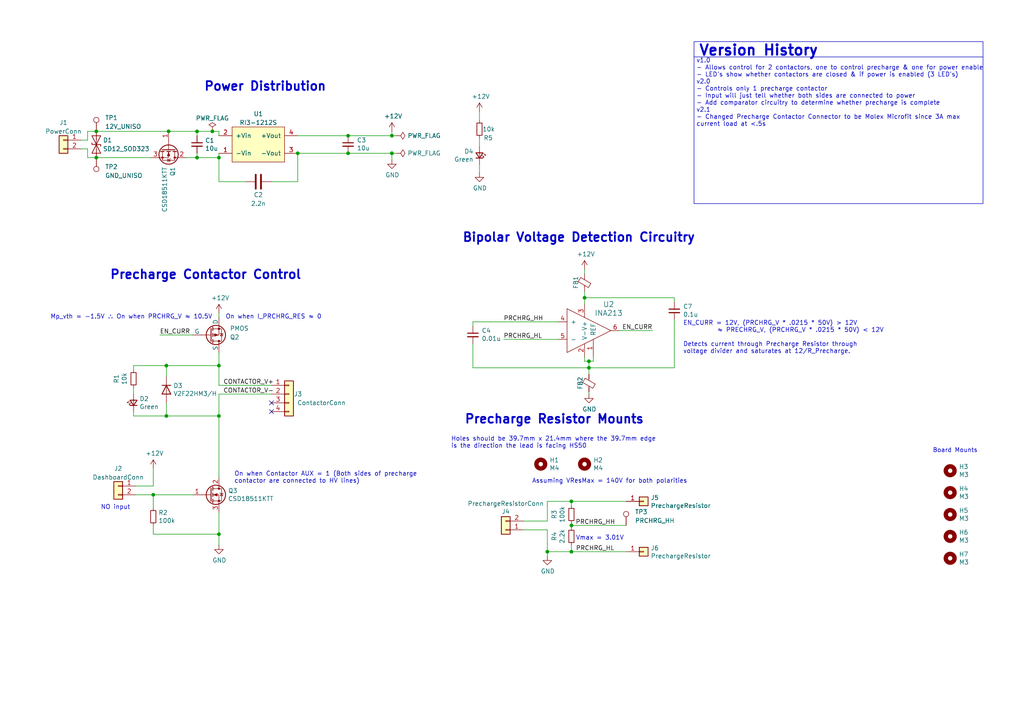
<source format=kicad_sch>
(kicad_sch (version 20230121) (generator eeschema)

  (uuid aaa5c8ef-bb12-4c4a-bd2b-ddbca3d09ae8)

  (paper "A4")

  (title_block
    (title "Contactor Driver")
    (rev "2.0")
    (company "Manthan Upadhyaya")
  )

  (lib_symbols
    (symbol "Connector:TestPoint" (pin_numbers hide) (pin_names (offset 0.762) hide) (in_bom yes) (on_board yes)
      (property "Reference" "TP" (at 0 6.858 0)
        (effects (font (size 1.27 1.27)))
      )
      (property "Value" "TestPoint" (at 0 5.08 0)
        (effects (font (size 1.27 1.27)))
      )
      (property "Footprint" "" (at 5.08 0 0)
        (effects (font (size 1.27 1.27)) hide)
      )
      (property "Datasheet" "~" (at 5.08 0 0)
        (effects (font (size 1.27 1.27)) hide)
      )
      (property "ki_keywords" "test point tp" (at 0 0 0)
        (effects (font (size 1.27 1.27)) hide)
      )
      (property "ki_description" "test point" (at 0 0 0)
        (effects (font (size 1.27 1.27)) hide)
      )
      (property "ki_fp_filters" "Pin* Test*" (at 0 0 0)
        (effects (font (size 1.27 1.27)) hide)
      )
      (symbol "TestPoint_0_1"
        (circle (center 0 3.302) (radius 0.762)
          (stroke (width 0) (type default))
          (fill (type none))
        )
      )
      (symbol "TestPoint_1_1"
        (pin passive line (at 0 0 90) (length 2.54)
          (name "1" (effects (font (size 1.27 1.27))))
          (number "1" (effects (font (size 1.27 1.27))))
        )
      )
    )
    (symbol "Connector_Generic:Conn_01x01" (pin_names (offset 1.016) hide) (in_bom yes) (on_board yes)
      (property "Reference" "J" (at 0 2.54 0)
        (effects (font (size 1.27 1.27)))
      )
      (property "Value" "Conn_01x01" (at 0 -2.54 0)
        (effects (font (size 1.27 1.27)))
      )
      (property "Footprint" "" (at 0 0 0)
        (effects (font (size 1.27 1.27)) hide)
      )
      (property "Datasheet" "~" (at 0 0 0)
        (effects (font (size 1.27 1.27)) hide)
      )
      (property "ki_keywords" "connector" (at 0 0 0)
        (effects (font (size 1.27 1.27)) hide)
      )
      (property "ki_description" "Generic connector, single row, 01x01, script generated (kicad-library-utils/schlib/autogen/connector/)" (at 0 0 0)
        (effects (font (size 1.27 1.27)) hide)
      )
      (property "ki_fp_filters" "Connector*:*_1x??_*" (at 0 0 0)
        (effects (font (size 1.27 1.27)) hide)
      )
      (symbol "Conn_01x01_1_1"
        (rectangle (start -1.27 0.127) (end 0 -0.127)
          (stroke (width 0.1524) (type default))
          (fill (type none))
        )
        (rectangle (start -1.27 1.27) (end 1.27 -1.27)
          (stroke (width 0.254) (type default))
          (fill (type background))
        )
        (pin passive line (at -5.08 0 0) (length 3.81)
          (name "Pin_1" (effects (font (size 1.27 1.27))))
          (number "1" (effects (font (size 1.27 1.27))))
        )
      )
    )
    (symbol "Connector_Generic:Conn_01x02" (pin_names (offset 1.016) hide) (in_bom yes) (on_board yes)
      (property "Reference" "J" (at 0 2.54 0)
        (effects (font (size 1.27 1.27)))
      )
      (property "Value" "Conn_01x02" (at 0 -5.08 0)
        (effects (font (size 1.27 1.27)))
      )
      (property "Footprint" "" (at 0 0 0)
        (effects (font (size 1.27 1.27)) hide)
      )
      (property "Datasheet" "~" (at 0 0 0)
        (effects (font (size 1.27 1.27)) hide)
      )
      (property "ki_keywords" "connector" (at 0 0 0)
        (effects (font (size 1.27 1.27)) hide)
      )
      (property "ki_description" "Generic connector, single row, 01x02, script generated (kicad-library-utils/schlib/autogen/connector/)" (at 0 0 0)
        (effects (font (size 1.27 1.27)) hide)
      )
      (property "ki_fp_filters" "Connector*:*_1x??_*" (at 0 0 0)
        (effects (font (size 1.27 1.27)) hide)
      )
      (symbol "Conn_01x02_1_1"
        (rectangle (start -1.27 -2.413) (end 0 -2.667)
          (stroke (width 0.1524) (type default))
          (fill (type none))
        )
        (rectangle (start -1.27 0.127) (end 0 -0.127)
          (stroke (width 0.1524) (type default))
          (fill (type none))
        )
        (rectangle (start -1.27 1.27) (end 1.27 -3.81)
          (stroke (width 0.254) (type default))
          (fill (type background))
        )
        (pin passive line (at -5.08 0 0) (length 3.81)
          (name "Pin_1" (effects (font (size 1.27 1.27))))
          (number "1" (effects (font (size 1.27 1.27))))
        )
        (pin passive line (at -5.08 -2.54 0) (length 3.81)
          (name "Pin_2" (effects (font (size 1.27 1.27))))
          (number "2" (effects (font (size 1.27 1.27))))
        )
      )
    )
    (symbol "Connector_Generic:Conn_01x04" (pin_names (offset 1.016) hide) (in_bom yes) (on_board yes)
      (property "Reference" "J" (at 0 5.08 0)
        (effects (font (size 1.27 1.27)))
      )
      (property "Value" "Conn_01x04" (at 0 -7.62 0)
        (effects (font (size 1.27 1.27)))
      )
      (property "Footprint" "" (at 0 0 0)
        (effects (font (size 1.27 1.27)) hide)
      )
      (property "Datasheet" "~" (at 0 0 0)
        (effects (font (size 1.27 1.27)) hide)
      )
      (property "ki_keywords" "connector" (at 0 0 0)
        (effects (font (size 1.27 1.27)) hide)
      )
      (property "ki_description" "Generic connector, single row, 01x04, script generated (kicad-library-utils/schlib/autogen/connector/)" (at 0 0 0)
        (effects (font (size 1.27 1.27)) hide)
      )
      (property "ki_fp_filters" "Connector*:*_1x??_*" (at 0 0 0)
        (effects (font (size 1.27 1.27)) hide)
      )
      (symbol "Conn_01x04_1_1"
        (rectangle (start -1.27 -4.953) (end 0 -5.207)
          (stroke (width 0.1524) (type default))
          (fill (type none))
        )
        (rectangle (start -1.27 -2.413) (end 0 -2.667)
          (stroke (width 0.1524) (type default))
          (fill (type none))
        )
        (rectangle (start -1.27 0.127) (end 0 -0.127)
          (stroke (width 0.1524) (type default))
          (fill (type none))
        )
        (rectangle (start -1.27 2.667) (end 0 2.413)
          (stroke (width 0.1524) (type default))
          (fill (type none))
        )
        (rectangle (start -1.27 3.81) (end 1.27 -6.35)
          (stroke (width 0.254) (type default))
          (fill (type background))
        )
        (pin passive line (at -5.08 2.54 0) (length 3.81)
          (name "Pin_1" (effects (font (size 1.27 1.27))))
          (number "1" (effects (font (size 1.27 1.27))))
        )
        (pin passive line (at -5.08 0 0) (length 3.81)
          (name "Pin_2" (effects (font (size 1.27 1.27))))
          (number "2" (effects (font (size 1.27 1.27))))
        )
        (pin passive line (at -5.08 -2.54 0) (length 3.81)
          (name "Pin_3" (effects (font (size 1.27 1.27))))
          (number "3" (effects (font (size 1.27 1.27))))
        )
        (pin passive line (at -5.08 -5.08 0) (length 3.81)
          (name "Pin_4" (effects (font (size 1.27 1.27))))
          (number "4" (effects (font (size 1.27 1.27))))
        )
      )
    )
    (symbol "Device:C" (pin_numbers hide) (pin_names (offset 0.254)) (in_bom yes) (on_board yes)
      (property "Reference" "C" (at 0.635 2.54 0)
        (effects (font (size 1.27 1.27)) (justify left))
      )
      (property "Value" "C" (at 0.635 -2.54 0)
        (effects (font (size 1.27 1.27)) (justify left))
      )
      (property "Footprint" "" (at 0.9652 -3.81 0)
        (effects (font (size 1.27 1.27)) hide)
      )
      (property "Datasheet" "~" (at 0 0 0)
        (effects (font (size 1.27 1.27)) hide)
      )
      (property "ki_keywords" "cap capacitor" (at 0 0 0)
        (effects (font (size 1.27 1.27)) hide)
      )
      (property "ki_description" "Unpolarized capacitor" (at 0 0 0)
        (effects (font (size 1.27 1.27)) hide)
      )
      (property "ki_fp_filters" "C_*" (at 0 0 0)
        (effects (font (size 1.27 1.27)) hide)
      )
      (symbol "C_0_1"
        (polyline
          (pts
            (xy -2.032 -0.762)
            (xy 2.032 -0.762)
          )
          (stroke (width 0.508) (type default))
          (fill (type none))
        )
        (polyline
          (pts
            (xy -2.032 0.762)
            (xy 2.032 0.762)
          )
          (stroke (width 0.508) (type default))
          (fill (type none))
        )
      )
      (symbol "C_1_1"
        (pin passive line (at 0 3.81 270) (length 2.794)
          (name "~" (effects (font (size 1.27 1.27))))
          (number "1" (effects (font (size 1.27 1.27))))
        )
        (pin passive line (at 0 -3.81 90) (length 2.794)
          (name "~" (effects (font (size 1.27 1.27))))
          (number "2" (effects (font (size 1.27 1.27))))
        )
      )
    )
    (symbol "Device:C_Small" (pin_numbers hide) (pin_names (offset 0.254) hide) (in_bom yes) (on_board yes)
      (property "Reference" "C" (at 0.254 1.778 0)
        (effects (font (size 1.27 1.27)) (justify left))
      )
      (property "Value" "C_Small" (at 0.254 -2.032 0)
        (effects (font (size 1.27 1.27)) (justify left))
      )
      (property "Footprint" "" (at 0 0 0)
        (effects (font (size 1.27 1.27)) hide)
      )
      (property "Datasheet" "~" (at 0 0 0)
        (effects (font (size 1.27 1.27)) hide)
      )
      (property "ki_keywords" "capacitor cap" (at 0 0 0)
        (effects (font (size 1.27 1.27)) hide)
      )
      (property "ki_description" "Unpolarized capacitor, small symbol" (at 0 0 0)
        (effects (font (size 1.27 1.27)) hide)
      )
      (property "ki_fp_filters" "C_*" (at 0 0 0)
        (effects (font (size 1.27 1.27)) hide)
      )
      (symbol "C_Small_0_1"
        (polyline
          (pts
            (xy -1.524 -0.508)
            (xy 1.524 -0.508)
          )
          (stroke (width 0.3302) (type default))
          (fill (type none))
        )
        (polyline
          (pts
            (xy -1.524 0.508)
            (xy 1.524 0.508)
          )
          (stroke (width 0.3048) (type default))
          (fill (type none))
        )
      )
      (symbol "C_Small_1_1"
        (pin passive line (at 0 2.54 270) (length 2.032)
          (name "~" (effects (font (size 1.27 1.27))))
          (number "1" (effects (font (size 1.27 1.27))))
        )
        (pin passive line (at 0 -2.54 90) (length 2.032)
          (name "~" (effects (font (size 1.27 1.27))))
          (number "2" (effects (font (size 1.27 1.27))))
        )
      )
    )
    (symbol "Device:D" (pin_numbers hide) (pin_names (offset 1.016) hide) (in_bom yes) (on_board yes)
      (property "Reference" "D" (at 0 2.54 0)
        (effects (font (size 1.27 1.27)))
      )
      (property "Value" "D" (at 0 -2.54 0)
        (effects (font (size 1.27 1.27)))
      )
      (property "Footprint" "" (at 0 0 0)
        (effects (font (size 1.27 1.27)) hide)
      )
      (property "Datasheet" "~" (at 0 0 0)
        (effects (font (size 1.27 1.27)) hide)
      )
      (property "Sim.Device" "D" (at 0 0 0)
        (effects (font (size 1.27 1.27)) hide)
      )
      (property "Sim.Pins" "1=K 2=A" (at 0 0 0)
        (effects (font (size 1.27 1.27)) hide)
      )
      (property "ki_keywords" "diode" (at 0 0 0)
        (effects (font (size 1.27 1.27)) hide)
      )
      (property "ki_description" "Diode" (at 0 0 0)
        (effects (font (size 1.27 1.27)) hide)
      )
      (property "ki_fp_filters" "TO-???* *_Diode_* *SingleDiode* D_*" (at 0 0 0)
        (effects (font (size 1.27 1.27)) hide)
      )
      (symbol "D_0_1"
        (polyline
          (pts
            (xy -1.27 1.27)
            (xy -1.27 -1.27)
          )
          (stroke (width 0.254) (type default))
          (fill (type none))
        )
        (polyline
          (pts
            (xy 1.27 0)
            (xy -1.27 0)
          )
          (stroke (width 0) (type default))
          (fill (type none))
        )
        (polyline
          (pts
            (xy 1.27 1.27)
            (xy 1.27 -1.27)
            (xy -1.27 0)
            (xy 1.27 1.27)
          )
          (stroke (width 0.254) (type default))
          (fill (type none))
        )
      )
      (symbol "D_1_1"
        (pin passive line (at -3.81 0 0) (length 2.54)
          (name "K" (effects (font (size 1.27 1.27))))
          (number "1" (effects (font (size 1.27 1.27))))
        )
        (pin passive line (at 3.81 0 180) (length 2.54)
          (name "A" (effects (font (size 1.27 1.27))))
          (number "2" (effects (font (size 1.27 1.27))))
        )
      )
    )
    (symbol "Device:FerriteBead_Small" (pin_numbers hide) (pin_names (offset 0)) (in_bom yes) (on_board yes)
      (property "Reference" "FB" (at 1.905 1.27 0)
        (effects (font (size 1.27 1.27)) (justify left))
      )
      (property "Value" "FerriteBead_Small" (at 1.905 -1.27 0)
        (effects (font (size 1.27 1.27)) (justify left))
      )
      (property "Footprint" "" (at -1.778 0 90)
        (effects (font (size 1.27 1.27)) hide)
      )
      (property "Datasheet" "~" (at 0 0 0)
        (effects (font (size 1.27 1.27)) hide)
      )
      (property "ki_keywords" "L ferrite bead inductor filter" (at 0 0 0)
        (effects (font (size 1.27 1.27)) hide)
      )
      (property "ki_description" "Ferrite bead, small symbol" (at 0 0 0)
        (effects (font (size 1.27 1.27)) hide)
      )
      (property "ki_fp_filters" "Inductor_* L_* *Ferrite*" (at 0 0 0)
        (effects (font (size 1.27 1.27)) hide)
      )
      (symbol "FerriteBead_Small_0_1"
        (polyline
          (pts
            (xy 0 -1.27)
            (xy 0 -0.7874)
          )
          (stroke (width 0) (type default))
          (fill (type none))
        )
        (polyline
          (pts
            (xy 0 0.889)
            (xy 0 1.2954)
          )
          (stroke (width 0) (type default))
          (fill (type none))
        )
        (polyline
          (pts
            (xy -1.8288 0.2794)
            (xy -1.1176 1.4986)
            (xy 1.8288 -0.2032)
            (xy 1.1176 -1.4224)
            (xy -1.8288 0.2794)
          )
          (stroke (width 0) (type default))
          (fill (type none))
        )
      )
      (symbol "FerriteBead_Small_1_1"
        (pin passive line (at 0 2.54 270) (length 1.27)
          (name "~" (effects (font (size 1.27 1.27))))
          (number "1" (effects (font (size 1.27 1.27))))
        )
        (pin passive line (at 0 -2.54 90) (length 1.27)
          (name "~" (effects (font (size 1.27 1.27))))
          (number "2" (effects (font (size 1.27 1.27))))
        )
      )
    )
    (symbol "Device:LED_Small" (pin_numbers hide) (pin_names (offset 0.254) hide) (in_bom yes) (on_board yes)
      (property "Reference" "D" (at -1.27 3.175 0)
        (effects (font (size 1.27 1.27)) (justify left))
      )
      (property "Value" "LED_Small" (at -4.445 -2.54 0)
        (effects (font (size 1.27 1.27)) (justify left))
      )
      (property "Footprint" "" (at 0 0 90)
        (effects (font (size 1.27 1.27)) hide)
      )
      (property "Datasheet" "~" (at 0 0 90)
        (effects (font (size 1.27 1.27)) hide)
      )
      (property "ki_keywords" "LED diode light-emitting-diode" (at 0 0 0)
        (effects (font (size 1.27 1.27)) hide)
      )
      (property "ki_description" "Light emitting diode, small symbol" (at 0 0 0)
        (effects (font (size 1.27 1.27)) hide)
      )
      (property "ki_fp_filters" "LED* LED_SMD:* LED_THT:*" (at 0 0 0)
        (effects (font (size 1.27 1.27)) hide)
      )
      (symbol "LED_Small_0_1"
        (polyline
          (pts
            (xy -0.762 -1.016)
            (xy -0.762 1.016)
          )
          (stroke (width 0.254) (type default))
          (fill (type none))
        )
        (polyline
          (pts
            (xy 1.016 0)
            (xy -0.762 0)
          )
          (stroke (width 0) (type default))
          (fill (type none))
        )
        (polyline
          (pts
            (xy 0.762 -1.016)
            (xy -0.762 0)
            (xy 0.762 1.016)
            (xy 0.762 -1.016)
          )
          (stroke (width 0.254) (type default))
          (fill (type none))
        )
        (polyline
          (pts
            (xy 0 0.762)
            (xy -0.508 1.27)
            (xy -0.254 1.27)
            (xy -0.508 1.27)
            (xy -0.508 1.016)
          )
          (stroke (width 0) (type default))
          (fill (type none))
        )
        (polyline
          (pts
            (xy 0.508 1.27)
            (xy 0 1.778)
            (xy 0.254 1.778)
            (xy 0 1.778)
            (xy 0 1.524)
          )
          (stroke (width 0) (type default))
          (fill (type none))
        )
      )
      (symbol "LED_Small_1_1"
        (pin passive line (at -2.54 0 0) (length 1.778)
          (name "K" (effects (font (size 1.27 1.27))))
          (number "1" (effects (font (size 1.27 1.27))))
        )
        (pin passive line (at 2.54 0 180) (length 1.778)
          (name "A" (effects (font (size 1.27 1.27))))
          (number "2" (effects (font (size 1.27 1.27))))
        )
      )
    )
    (symbol "Device:Q_NMOS_GDS" (pin_names (offset 0) hide) (in_bom yes) (on_board yes)
      (property "Reference" "Q" (at 5.08 1.27 0)
        (effects (font (size 1.27 1.27)) (justify left))
      )
      (property "Value" "Q_NMOS_GDS" (at 5.08 -1.27 0)
        (effects (font (size 1.27 1.27)) (justify left))
      )
      (property "Footprint" "" (at 5.08 2.54 0)
        (effects (font (size 1.27 1.27)) hide)
      )
      (property "Datasheet" "~" (at 0 0 0)
        (effects (font (size 1.27 1.27)) hide)
      )
      (property "ki_keywords" "transistor NMOS N-MOS N-MOSFET" (at 0 0 0)
        (effects (font (size 1.27 1.27)) hide)
      )
      (property "ki_description" "N-MOSFET transistor, gate/drain/source" (at 0 0 0)
        (effects (font (size 1.27 1.27)) hide)
      )
      (symbol "Q_NMOS_GDS_0_1"
        (polyline
          (pts
            (xy 0.254 0)
            (xy -2.54 0)
          )
          (stroke (width 0) (type default))
          (fill (type none))
        )
        (polyline
          (pts
            (xy 0.254 1.905)
            (xy 0.254 -1.905)
          )
          (stroke (width 0.254) (type default))
          (fill (type none))
        )
        (polyline
          (pts
            (xy 0.762 -1.27)
            (xy 0.762 -2.286)
          )
          (stroke (width 0.254) (type default))
          (fill (type none))
        )
        (polyline
          (pts
            (xy 0.762 0.508)
            (xy 0.762 -0.508)
          )
          (stroke (width 0.254) (type default))
          (fill (type none))
        )
        (polyline
          (pts
            (xy 0.762 2.286)
            (xy 0.762 1.27)
          )
          (stroke (width 0.254) (type default))
          (fill (type none))
        )
        (polyline
          (pts
            (xy 2.54 2.54)
            (xy 2.54 1.778)
          )
          (stroke (width 0) (type default))
          (fill (type none))
        )
        (polyline
          (pts
            (xy 2.54 -2.54)
            (xy 2.54 0)
            (xy 0.762 0)
          )
          (stroke (width 0) (type default))
          (fill (type none))
        )
        (polyline
          (pts
            (xy 0.762 -1.778)
            (xy 3.302 -1.778)
            (xy 3.302 1.778)
            (xy 0.762 1.778)
          )
          (stroke (width 0) (type default))
          (fill (type none))
        )
        (polyline
          (pts
            (xy 1.016 0)
            (xy 2.032 0.381)
            (xy 2.032 -0.381)
            (xy 1.016 0)
          )
          (stroke (width 0) (type default))
          (fill (type outline))
        )
        (polyline
          (pts
            (xy 2.794 0.508)
            (xy 2.921 0.381)
            (xy 3.683 0.381)
            (xy 3.81 0.254)
          )
          (stroke (width 0) (type default))
          (fill (type none))
        )
        (polyline
          (pts
            (xy 3.302 0.381)
            (xy 2.921 -0.254)
            (xy 3.683 -0.254)
            (xy 3.302 0.381)
          )
          (stroke (width 0) (type default))
          (fill (type none))
        )
        (circle (center 1.651 0) (radius 2.794)
          (stroke (width 0.254) (type default))
          (fill (type none))
        )
        (circle (center 2.54 -1.778) (radius 0.254)
          (stroke (width 0) (type default))
          (fill (type outline))
        )
        (circle (center 2.54 1.778) (radius 0.254)
          (stroke (width 0) (type default))
          (fill (type outline))
        )
      )
      (symbol "Q_NMOS_GDS_1_1"
        (pin input line (at -5.08 0 0) (length 2.54)
          (name "G" (effects (font (size 1.27 1.27))))
          (number "1" (effects (font (size 1.27 1.27))))
        )
        (pin passive line (at 2.54 5.08 270) (length 2.54)
          (name "D" (effects (font (size 1.27 1.27))))
          (number "2" (effects (font (size 1.27 1.27))))
        )
        (pin passive line (at 2.54 -5.08 90) (length 2.54)
          (name "S" (effects (font (size 1.27 1.27))))
          (number "3" (effects (font (size 1.27 1.27))))
        )
      )
    )
    (symbol "Device:R_Small" (pin_numbers hide) (pin_names (offset 0.254) hide) (in_bom yes) (on_board yes)
      (property "Reference" "R" (at 0.762 0.508 0)
        (effects (font (size 1.27 1.27)) (justify left))
      )
      (property "Value" "R_Small" (at 0.762 -1.016 0)
        (effects (font (size 1.27 1.27)) (justify left))
      )
      (property "Footprint" "" (at 0 0 0)
        (effects (font (size 1.27 1.27)) hide)
      )
      (property "Datasheet" "~" (at 0 0 0)
        (effects (font (size 1.27 1.27)) hide)
      )
      (property "ki_keywords" "R resistor" (at 0 0 0)
        (effects (font (size 1.27 1.27)) hide)
      )
      (property "ki_description" "Resistor, small symbol" (at 0 0 0)
        (effects (font (size 1.27 1.27)) hide)
      )
      (property "ki_fp_filters" "R_*" (at 0 0 0)
        (effects (font (size 1.27 1.27)) hide)
      )
      (symbol "R_Small_0_1"
        (rectangle (start -0.762 1.778) (end 0.762 -1.778)
          (stroke (width 0.2032) (type default))
          (fill (type none))
        )
      )
      (symbol "R_Small_1_1"
        (pin passive line (at 0 2.54 270) (length 0.762)
          (name "~" (effects (font (size 1.27 1.27))))
          (number "1" (effects (font (size 1.27 1.27))))
        )
        (pin passive line (at 0 -2.54 90) (length 0.762)
          (name "~" (effects (font (size 1.27 1.27))))
          (number "2" (effects (font (size 1.27 1.27))))
        )
      )
    )
    (symbol "Diode:SD12_SOD323" (pin_numbers hide) (pin_names (offset 1.016) hide) (in_bom yes) (on_board yes)
      (property "Reference" "D" (at 0 2.54 0)
        (effects (font (size 1.27 1.27)))
      )
      (property "Value" "SD12_SOD323" (at 0 -2.54 0)
        (effects (font (size 1.27 1.27)))
      )
      (property "Footprint" "Diode_SMD:D_SOD-323" (at 0 -5.08 0)
        (effects (font (size 1.27 1.27)) hide)
      )
      (property "Datasheet" "https://www.littelfuse.com/~/media/electronics/datasheets/tvs_diode_arrays/littelfuse_tvs_diode_array_sd_c_datasheet.pdf.pdf" (at 0 0 0)
        (effects (font (size 1.27 1.27)) hide)
      )
      (property "ki_keywords" "transient voltage suppressor thyrector transil" (at 0 0 0)
        (effects (font (size 1.27 1.27)) hide)
      )
      (property "ki_description" "12V, 450W Discrete Bidirectional TVS Diode, SOD-323" (at 0 0 0)
        (effects (font (size 1.27 1.27)) hide)
      )
      (property "ki_fp_filters" "D?SOD?323*" (at 0 0 0)
        (effects (font (size 1.27 1.27)) hide)
      )
      (symbol "SD12_SOD323_0_1"
        (polyline
          (pts
            (xy 1.27 0)
            (xy -1.27 0)
          )
          (stroke (width 0) (type default))
          (fill (type none))
        )
        (polyline
          (pts
            (xy -2.54 -1.27)
            (xy 0 0)
            (xy -2.54 1.27)
            (xy -2.54 -1.27)
          )
          (stroke (width 0.2032) (type default))
          (fill (type none))
        )
        (polyline
          (pts
            (xy 0.508 1.27)
            (xy 0 1.27)
            (xy 0 -1.27)
            (xy -0.508 -1.27)
          )
          (stroke (width 0.2032) (type default))
          (fill (type none))
        )
        (polyline
          (pts
            (xy 2.54 1.27)
            (xy 2.54 -1.27)
            (xy 0 0)
            (xy 2.54 1.27)
          )
          (stroke (width 0.2032) (type default))
          (fill (type none))
        )
      )
      (symbol "SD12_SOD323_1_1"
        (pin passive line (at -3.81 0 0) (length 2.54)
          (name "A1" (effects (font (size 1.27 1.27))))
          (number "1" (effects (font (size 1.27 1.27))))
        )
        (pin passive line (at 3.81 0 180) (length 2.54)
          (name "A2" (effects (font (size 1.27 1.27))))
          (number "2" (effects (font (size 1.27 1.27))))
        )
      )
    )
    (symbol "Mechanical:MountingHole" (pin_names (offset 1.016)) (in_bom yes) (on_board yes)
      (property "Reference" "H" (at 0 5.08 0)
        (effects (font (size 1.27 1.27)))
      )
      (property "Value" "MountingHole" (at 0 3.175 0)
        (effects (font (size 1.27 1.27)))
      )
      (property "Footprint" "" (at 0 0 0)
        (effects (font (size 1.27 1.27)) hide)
      )
      (property "Datasheet" "~" (at 0 0 0)
        (effects (font (size 1.27 1.27)) hide)
      )
      (property "ki_keywords" "mounting hole" (at 0 0 0)
        (effects (font (size 1.27 1.27)) hide)
      )
      (property "ki_description" "Mounting Hole without connection" (at 0 0 0)
        (effects (font (size 1.27 1.27)) hide)
      )
      (property "ki_fp_filters" "MountingHole*" (at 0 0 0)
        (effects (font (size 1.27 1.27)) hide)
      )
      (symbol "MountingHole_0_1"
        (circle (center 0 0) (radius 1.27)
          (stroke (width 1.27) (type default))
          (fill (type none))
        )
      )
    )
    (symbol "Simulation_SPICE:PMOS" (pin_numbers hide) (pin_names (offset 0)) (in_bom yes) (on_board yes)
      (property "Reference" "Q2" (at 5.715 0.635 0)
        (effects (font (size 1.27 1.27)) (justify left))
      )
      (property "Value" "PMOS" (at 5.715 -1.905 0)
        (effects (font (size 1.27 1.27)) (justify left))
      )
      (property "Footprint" "Package_SO:SO-8_5.3x6.2mm_P1.27mm" (at 5.08 2.54 0)
        (effects (font (size 1.27 1.27)) hide)
      )
      (property "Datasheet" "https://www.vishay.com/docs/62016/sq4401cey.pdf" (at 0 -12.7 0)
        (effects (font (size 1.27 1.27)) hide)
      )
      (property "Sim.Device" "PMOS" (at 0 -17.145 0)
        (effects (font (size 1.27 1.27)) hide)
      )
      (property "Sim.Type" "VDMOS" (at 0 -19.05 0)
        (effects (font (size 1.27 1.27)) hide)
      )
      (property "Sim.Pins" "1=S, 4=G, 5=D" (at 0 -15.24 0)
        (effects (font (size 1.27 1.27)) hide)
      )
      (property "ki_keywords" "transistor PMOS P-MOS P-MOSFET simulation" (at 0 0 0)
        (effects (font (size 1.27 1.27)) hide)
      )
      (property "ki_description" "P-MOSFET transistor, drain/source/gate" (at 0 0 0)
        (effects (font (size 1.27 1.27)) hide)
      )
      (symbol "PMOS_0_1"
        (polyline
          (pts
            (xy 0.254 0)
            (xy -2.54 0)
          )
          (stroke (width 0) (type default))
          (fill (type none))
        )
        (polyline
          (pts
            (xy 0.254 1.905)
            (xy 0.254 -1.905)
          )
          (stroke (width 0.254) (type default))
          (fill (type none))
        )
        (polyline
          (pts
            (xy 0.762 -1.27)
            (xy 0.762 -2.286)
          )
          (stroke (width 0.254) (type default))
          (fill (type none))
        )
        (polyline
          (pts
            (xy 0.762 0.508)
            (xy 0.762 -0.508)
          )
          (stroke (width 0.254) (type default))
          (fill (type none))
        )
        (polyline
          (pts
            (xy 0.762 2.286)
            (xy 0.762 1.27)
          )
          (stroke (width 0.254) (type default))
          (fill (type none))
        )
        (polyline
          (pts
            (xy 2.54 2.54)
            (xy 2.54 1.778)
          )
          (stroke (width 0) (type default))
          (fill (type none))
        )
        (polyline
          (pts
            (xy 2.54 -2.54)
            (xy 2.54 0)
            (xy 0.762 0)
          )
          (stroke (width 0) (type default))
          (fill (type none))
        )
        (polyline
          (pts
            (xy 0.762 1.778)
            (xy 3.302 1.778)
            (xy 3.302 -1.778)
            (xy 0.762 -1.778)
          )
          (stroke (width 0) (type default))
          (fill (type none))
        )
        (polyline
          (pts
            (xy 2.286 0)
            (xy 1.27 0.381)
            (xy 1.27 -0.381)
            (xy 2.286 0)
          )
          (stroke (width 0) (type default))
          (fill (type outline))
        )
        (polyline
          (pts
            (xy 2.794 -0.508)
            (xy 2.921 -0.381)
            (xy 3.683 -0.381)
            (xy 3.81 -0.254)
          )
          (stroke (width 0) (type default))
          (fill (type none))
        )
        (polyline
          (pts
            (xy 3.302 -0.381)
            (xy 2.921 0.254)
            (xy 3.683 0.254)
            (xy 3.302 -0.381)
          )
          (stroke (width 0) (type default))
          (fill (type none))
        )
        (circle (center 1.651 0) (radius 2.794)
          (stroke (width 0.254) (type default))
          (fill (type none))
        )
        (circle (center 2.54 -1.778) (radius 0.254)
          (stroke (width 0) (type default))
          (fill (type outline))
        )
        (circle (center 2.54 1.778) (radius 0.254)
          (stroke (width 0) (type default))
          (fill (type outline))
        )
      )
      (symbol "PMOS_1_0"
        (pin input line (at -5.08 0 0) (length 2.54)
          (name "G" (effects (font (size 1.27 1.27))))
          (number "4" (effects (font (size 1.27 1.27))))
        )
        (pin passive line (at 2.54 -5.08 90) (length 2.54)
          (name "D" (effects (font (size 1.27 1.27))))
          (number "5" (effects (font (size 1.27 1.27))))
        )
        (pin passive line (at 2.54 -5.08 90) (length 2.54) hide
          (name "D" (effects (font (size 1.27 1.27))))
          (number "6" (effects (font (size 1.27 1.27))))
        )
        (pin passive line (at 2.54 -5.08 90) (length 2.54) hide
          (name "D" (effects (font (size 1.27 1.27))))
          (number "7" (effects (font (size 1.27 1.27))))
        )
        (pin passive line (at 2.54 -5.08 90) (length 2.54) hide
          (name "D" (effects (font (size 1.27 1.27))))
          (number "8" (effects (font (size 1.27 1.27))))
        )
      )
      (symbol "PMOS_1_1"
        (pin passive line (at 2.54 5.08 270) (length 2.54)
          (name "S" (effects (font (size 1.27 1.27))))
          (number "1" (effects (font (size 1.27 1.27))))
        )
        (pin passive line (at 2.54 5.08 270) (length 2.54) hide
          (name "S" (effects (font (size 1.27 1.27))))
          (number "2" (effects (font (size 1.27 1.27))))
        )
        (pin passive line (at 2.54 5.08 270) (length 2.54) hide
          (name "S" (effects (font (size 1.27 1.27))))
          (number "3" (effects (font (size 1.27 1.27))))
        )
      )
    )
    (symbol "power:+12V" (power) (pin_names (offset 0)) (in_bom yes) (on_board yes)
      (property "Reference" "#PWR" (at 0 -3.81 0)
        (effects (font (size 1.27 1.27)) hide)
      )
      (property "Value" "+12V" (at 0 3.556 0)
        (effects (font (size 1.27 1.27)))
      )
      (property "Footprint" "" (at 0 0 0)
        (effects (font (size 1.27 1.27)) hide)
      )
      (property "Datasheet" "" (at 0 0 0)
        (effects (font (size 1.27 1.27)) hide)
      )
      (property "ki_keywords" "global power" (at 0 0 0)
        (effects (font (size 1.27 1.27)) hide)
      )
      (property "ki_description" "Power symbol creates a global label with name \"+12V\"" (at 0 0 0)
        (effects (font (size 1.27 1.27)) hide)
      )
      (symbol "+12V_0_1"
        (polyline
          (pts
            (xy -0.762 1.27)
            (xy 0 2.54)
          )
          (stroke (width 0) (type default))
          (fill (type none))
        )
        (polyline
          (pts
            (xy 0 0)
            (xy 0 2.54)
          )
          (stroke (width 0) (type default))
          (fill (type none))
        )
        (polyline
          (pts
            (xy 0 2.54)
            (xy 0.762 1.27)
          )
          (stroke (width 0) (type default))
          (fill (type none))
        )
      )
      (symbol "+12V_1_1"
        (pin power_in line (at 0 0 90) (length 0) hide
          (name "+12V" (effects (font (size 1.27 1.27))))
          (number "1" (effects (font (size 1.27 1.27))))
        )
      )
    )
    (symbol "power:GND" (power) (pin_names (offset 0)) (in_bom yes) (on_board yes)
      (property "Reference" "#PWR" (at 0 -6.35 0)
        (effects (font (size 1.27 1.27)) hide)
      )
      (property "Value" "GND" (at 0 -3.81 0)
        (effects (font (size 1.27 1.27)))
      )
      (property "Footprint" "" (at 0 0 0)
        (effects (font (size 1.27 1.27)) hide)
      )
      (property "Datasheet" "" (at 0 0 0)
        (effects (font (size 1.27 1.27)) hide)
      )
      (property "ki_keywords" "global power" (at 0 0 0)
        (effects (font (size 1.27 1.27)) hide)
      )
      (property "ki_description" "Power symbol creates a global label with name \"GND\" , ground" (at 0 0 0)
        (effects (font (size 1.27 1.27)) hide)
      )
      (symbol "GND_0_1"
        (polyline
          (pts
            (xy 0 0)
            (xy 0 -1.27)
            (xy 1.27 -1.27)
            (xy 0 -2.54)
            (xy -1.27 -1.27)
            (xy 0 -1.27)
          )
          (stroke (width 0) (type default))
          (fill (type none))
        )
      )
      (symbol "GND_1_1"
        (pin power_in line (at 0 0 270) (length 0) hide
          (name "GND" (effects (font (size 1.27 1.27))))
          (number "1" (effects (font (size 1.27 1.27))))
        )
      )
    )
    (symbol "power:PWR_FLAG" (power) (pin_numbers hide) (pin_names (offset 0) hide) (in_bom yes) (on_board yes)
      (property "Reference" "#FLG" (at 0 1.905 0)
        (effects (font (size 1.27 1.27)) hide)
      )
      (property "Value" "PWR_FLAG" (at 0 3.81 0)
        (effects (font (size 1.27 1.27)))
      )
      (property "Footprint" "" (at 0 0 0)
        (effects (font (size 1.27 1.27)) hide)
      )
      (property "Datasheet" "~" (at 0 0 0)
        (effects (font (size 1.27 1.27)) hide)
      )
      (property "ki_keywords" "flag power" (at 0 0 0)
        (effects (font (size 1.27 1.27)) hide)
      )
      (property "ki_description" "Special symbol for telling ERC where power comes from" (at 0 0 0)
        (effects (font (size 1.27 1.27)) hide)
      )
      (symbol "PWR_FLAG_0_0"
        (pin power_out line (at 0 0 90) (length 0)
          (name "pwr" (effects (font (size 1.27 1.27))))
          (number "1" (effects (font (size 1.27 1.27))))
        )
      )
      (symbol "PWR_FLAG_0_1"
        (polyline
          (pts
            (xy 0 0)
            (xy 0 1.27)
            (xy -1.016 1.905)
            (xy 0 2.54)
            (xy 1.016 1.905)
            (xy 0 1.27)
          )
          (stroke (width 0) (type default))
          (fill (type none))
        )
      )
    )
    (symbol "utsvt-chips:INA21x" (pin_names (offset 1.016)) (in_bom yes) (on_board yes)
      (property "Reference" "U" (at 5.08 -5.08 0)
        (effects (font (size 1.524 1.524)) (justify left))
      )
      (property "Value" "INA21x" (at 5.08 5.08 0)
        (effects (font (size 1.524 1.524)) (justify left))
      )
      (property "Footprint" "" (at 0 0 0)
        (effects (font (size 1.524 1.524)) hide)
      )
      (property "Datasheet" "https://www.ti.com/lit/ds/sbos437j/sbos437j.pdf?ts=1682806329373&ref_url=https%253A%252F%252Fwww.google.com%252F" (at 0 -19.05 0)
        (effects (font (size 1.524 1.524)) hide)
      )
      (property "ki_description" "50V/V Current-Sense Amplifier" (at 0 0 0)
        (effects (font (size 1.27 1.27)) hide)
      )
      (symbol "INA21x_0_1"
        (polyline
          (pts
            (xy -5.08 6.35)
            (xy 7.62 0)
            (xy -5.08 -6.35)
            (xy -5.08 6.35)
          )
          (stroke (width 0) (type solid))
          (fill (type none))
        )
      )
      (symbol "INA21x_1_1"
        (pin input line (at 2.54 -7.62 90) (length 5.08)
          (name "REF" (effects (font (size 1.27 1.27))))
          (number "1" (effects (font (size 1.27 1.27))))
        )
        (pin power_in line (at 0 -7.62 90) (length 3.81)
          (name "V-" (effects (font (size 1.27 1.27))))
          (number "2" (effects (font (size 1.27 1.27))))
        )
        (pin power_in line (at 0 7.62 270) (length 3.81)
          (name "V+" (effects (font (size 1.27 1.27))))
          (number "3" (effects (font (size 1.27 1.27))))
        )
        (pin input line (at -7.62 2.54 0) (length 2.54)
          (name "+" (effects (font (size 1.27 1.27))))
          (number "4" (effects (font (size 1.27 1.27))))
        )
        (pin input line (at -7.62 -2.54 0) (length 2.54)
          (name "-" (effects (font (size 1.27 1.27))))
          (number "5" (effects (font (size 1.27 1.27))))
        )
        (pin output line (at 10.16 0 180) (length 2.54)
          (name "~" (effects (font (size 1.27 1.27))))
          (number "6" (effects (font (size 1.27 1.27))))
        )
      )
    )
    (symbol "utsvt-power-regulators:RI3-xxxxS" (pin_names (offset 1.016)) (in_bom yes) (on_board yes)
      (property "Reference" "U" (at 0 2.54 0)
        (effects (font (size 1.27 1.27)))
      )
      (property "Value" "RI3-xxxxS" (at 0 0 0)
        (effects (font (size 1.27 1.27)))
      )
      (property "Footprint" "UTSVT_ICs:RI3_DC_Converter" (at 0 5.08 0)
        (effects (font (size 1.27 1.27)) hide)
      )
      (property "Datasheet" "" (at 0 0 0)
        (effects (font (size 1.27 1.27)) hide)
      )
      (symbol "RI3-xxxxS_1_1"
        (rectangle (start -7.62 -1.27) (end 7.62 -11.43)
          (stroke (width 0) (type solid))
          (fill (type background))
        )
        (pin input line (at -11.43 -8.89 0) (length 3.81)
          (name "-Vin" (effects (font (size 1.27 1.27))))
          (number "1" (effects (font (size 1.27 1.27))))
        )
        (pin power_in line (at -11.43 -3.81 0) (length 3.81)
          (name "+Vin" (effects (font (size 1.27 1.27))))
          (number "2" (effects (font (size 1.27 1.27))))
        )
        (pin power_out line (at 11.43 -8.89 180) (length 3.81)
          (name "-Vout" (effects (font (size 1.27 1.27))))
          (number "3" (effects (font (size 1.27 1.27))))
        )
        (pin power_out line (at 11.43 -3.81 180) (length 3.81)
          (name "+Vout" (effects (font (size 1.27 1.27))))
          (number "4" (effects (font (size 1.27 1.27))))
        )
      )
    )
  )


  (junction (at 27.94 45.72) (diameter 0) (color 0 0 0 0)
    (uuid 021e0c9b-4c77-4f6e-a878-be6c977beeb0)
  )
  (junction (at 113.665 39.37) (diameter 0) (color 0 0 0 0)
    (uuid 0fcc9bd0-ae17-4df2-a127-d67b779e27d9)
  )
  (junction (at 165.735 145.415) (diameter 0) (color 0 0 0 0)
    (uuid 25708e0d-e532-4376-9670-623590607dec)
  )
  (junction (at 169.545 86.36) (diameter 0) (color 0 0 0 0)
    (uuid 2bba4649-3e95-4175-bac6-0f38c60d2a11)
  )
  (junction (at 113.665 44.45) (diameter 0) (color 0 0 0 0)
    (uuid 587df4b2-803c-46da-8c23-4293d5a97cc5)
  )
  (junction (at 48.895 38.1) (diameter 0) (color 0 0 0 0)
    (uuid 672df3a1-b6bd-4656-83dd-3fe5db39da60)
  )
  (junction (at 57.15 38.1) (diameter 0) (color 0 0 0 0)
    (uuid 6da2090c-84ef-42e0-927f-6b47305c2d1b)
  )
  (junction (at 100.965 39.37) (diameter 0) (color 0 0 0 0)
    (uuid 716cf729-11ce-463c-a2aa-918ba6653076)
  )
  (junction (at 61.595 38.1) (diameter 0) (color 0 0 0 0)
    (uuid 71da9753-def2-408c-8379-3e372dd9a09e)
  )
  (junction (at 63.5 120.65) (diameter 0) (color 0 0 0 0)
    (uuid 89431ce2-33c4-4d6b-a56e-240501f63b1f)
  )
  (junction (at 48.26 120.65) (diameter 0) (color 0 0 0 0)
    (uuid 94f99ab7-6302-4345-be49-5d0ef473bb3d)
  )
  (junction (at 27.94 38.1) (diameter 0) (color 0 0 0 0)
    (uuid 9a97441a-43eb-42a2-b581-c82c1574e5f0)
  )
  (junction (at 100.965 44.45) (diameter 0) (color 0 0 0 0)
    (uuid 9d76795b-7af4-4836-b8c4-fc499cd9dcee)
  )
  (junction (at 165.735 160.02) (diameter 0) (color 0 0 0 0)
    (uuid aa9e8fe7-18d6-4244-a77d-84980292a0b8)
  )
  (junction (at 63.5 154.94) (diameter 0) (color 0 0 0 0)
    (uuid b323862b-eee7-40e0-827c-5377c827e7a6)
  )
  (junction (at 48.26 106.045) (diameter 0) (color 0 0 0 0)
    (uuid b66abd20-9ae9-4223-8990-29f9ec3f91fc)
  )
  (junction (at 170.815 104.775) (diameter 0) (color 0 0 0 0)
    (uuid bc1440dc-53be-4e10-ada5-8aaffe56a688)
  )
  (junction (at 86.36 44.45) (diameter 0) (color 0 0 0 0)
    (uuid c697f984-8711-479f-8b4b-a81b626cf363)
  )
  (junction (at 57.15 45.72) (diameter 0) (color 0 0 0 0)
    (uuid cc061c1e-447c-4a1d-9f0f-eb368b6b3b8e)
  )
  (junction (at 170.815 106.68) (diameter 0) (color 0 0 0 0)
    (uuid cddf4b24-6b3c-4f7c-8d3b-8ebfb73dcd0b)
  )
  (junction (at 63.5 106.045) (diameter 0) (color 0 0 0 0)
    (uuid de67ccc8-a318-48c3-9cce-beebd97de70e)
  )
  (junction (at 165.735 152.4) (diameter 0) (color 0 0 0 0)
    (uuid e226da0a-886c-48bf-b86e-4fb1a9a32092)
  )
  (junction (at 63.5 45.72) (diameter 0) (color 0 0 0 0)
    (uuid e6f0ab5b-8b46-4577-abe5-6728be107561)
  )
  (junction (at 158.75 160.02) (diameter 0) (color 0 0 0 0)
    (uuid ed9899bf-27ac-4af7-867b-a37434252a87)
  )
  (junction (at 44.45 143.51) (diameter 0) (color 0 0 0 0)
    (uuid fd41a247-26ae-425e-8923-304ba7c9ec62)
  )

  (no_connect (at 78.74 116.84) (uuid 67b0e7e6-43f2-48fa-a604-060c3ab732e8))
  (no_connect (at 78.74 119.38) (uuid e0da6792-c9d7-413b-8114-fa51282b0ec7))

  (wire (pts (xy 113.665 39.37) (xy 100.965 39.37))
    (stroke (width 0) (type default))
    (uuid 0065b0c7-acbb-406b-8061-d8e18f4161df)
  )
  (wire (pts (xy 63.5 90.805) (xy 63.5 92.075))
    (stroke (width 0) (type default))
    (uuid 0774b855-0d96-416b-a779-1663f8dd397f)
  )
  (wire (pts (xy 48.26 116.84) (xy 48.26 120.65))
    (stroke (width 0) (type default))
    (uuid 0bde1c31-e3c3-4d21-ab97-941c0553f00e)
  )
  (wire (pts (xy 63.5 38.1) (xy 63.5 39.37))
    (stroke (width 0) (type default))
    (uuid 0cebf34d-a0dd-421a-8c6d-8a2eaae50bcd)
  )
  (wire (pts (xy 86.36 52.705) (xy 86.36 44.45))
    (stroke (width 0) (type default))
    (uuid 0f672ed1-d170-48ca-b208-a68aa3d58366)
  )
  (wire (pts (xy 63.5 52.705) (xy 63.5 45.72))
    (stroke (width 0) (type default))
    (uuid 0fa9f58a-8333-4193-a754-f502adf3d348)
  )
  (wire (pts (xy 61.595 38.1) (xy 63.5 38.1))
    (stroke (width 0) (type default))
    (uuid 10a600f3-e786-4205-a29e-a4fc3f557585)
  )
  (wire (pts (xy 63.5 111.76) (xy 63.5 106.045))
    (stroke (width 0) (type default))
    (uuid 124ccfb3-f862-45ea-8a8c-1adb6c73e0fb)
  )
  (wire (pts (xy 137.16 106.68) (xy 170.815 106.68))
    (stroke (width 0) (type default))
    (uuid 1256fc19-3006-459c-885e-44e62da6c76f)
  )
  (wire (pts (xy 44.45 152.4) (xy 44.45 154.94))
    (stroke (width 0) (type default))
    (uuid 13ed5816-291a-413e-914e-cac1cafe1782)
  )
  (wire (pts (xy 170.815 113.665) (xy 170.815 114.3))
    (stroke (width 0) (type default))
    (uuid 1b043fff-b018-4fce-ad45-4caf2ed702f8)
  )
  (wire (pts (xy 169.545 86.36) (xy 169.545 88.265))
    (stroke (width 0) (type default))
    (uuid 254aae46-e1a7-4ce3-a5c1-6b92222cb895)
  )
  (wire (pts (xy 25.4 45.72) (xy 27.94 45.72))
    (stroke (width 0) (type default))
    (uuid 28133092-8a05-4715-89b4-6230d011fd3d)
  )
  (wire (pts (xy 63.5 148.59) (xy 63.5 154.94))
    (stroke (width 0) (type default))
    (uuid 2bb57787-3c80-4598-88f3-51f6b30414e7)
  )
  (wire (pts (xy 113.665 44.45) (xy 100.965 44.45))
    (stroke (width 0) (type default))
    (uuid 2d03e96e-9cc2-489f-ae66-6b5110bbb20e)
  )
  (wire (pts (xy 38.735 106.045) (xy 38.735 107.315))
    (stroke (width 0) (type default))
    (uuid 2e1233bf-efb0-403e-a452-3796ae4c98d9)
  )
  (wire (pts (xy 78.74 52.705) (xy 86.36 52.705))
    (stroke (width 0) (type default))
    (uuid 387f19cc-5563-4de9-ad7f-6169b8f06de7)
  )
  (wire (pts (xy 57.15 45.72) (xy 57.15 44.45))
    (stroke (width 0) (type default))
    (uuid 398a620e-d533-494f-be60-c29c01a1b9bd)
  )
  (wire (pts (xy 44.45 154.94) (xy 63.5 154.94))
    (stroke (width 0) (type default))
    (uuid 3e7731c4-2e06-47f4-bd9c-9620fef84e16)
  )
  (wire (pts (xy 25.4 43.18) (xy 25.4 45.72))
    (stroke (width 0) (type default))
    (uuid 3f3fc7e6-0eaf-45f6-8ac3-b03828d600e4)
  )
  (wire (pts (xy 71.12 52.705) (xy 63.5 52.705))
    (stroke (width 0) (type default))
    (uuid 40238a2a-dae8-490f-8ad1-afcbdab6093d)
  )
  (wire (pts (xy 158.75 161.29) (xy 158.75 160.02))
    (stroke (width 0) (type default))
    (uuid 428d2bc8-fd48-487c-9f8c-0956a41c9af0)
  )
  (wire (pts (xy 146.05 98.425) (xy 161.925 98.425))
    (stroke (width 0) (type default))
    (uuid 48fb6118-56fd-4478-a81e-910e52023ba4)
  )
  (wire (pts (xy 170.815 104.775) (xy 172.085 104.775))
    (stroke (width 0) (type default))
    (uuid 4c61ad2d-889f-4071-941a-175a599e181e)
  )
  (wire (pts (xy 38.735 106.045) (xy 48.26 106.045))
    (stroke (width 0) (type default))
    (uuid 4d09e720-1a8b-4810-8d74-2a917b6ff08b)
  )
  (wire (pts (xy 63.5 114.3) (xy 78.74 114.3))
    (stroke (width 0) (type default))
    (uuid 4e272ddf-8cca-4396-9a9b-a80c9785e79d)
  )
  (polyline (pts (xy 201.295 16.51) (xy 285.115 16.51))
    (stroke (width 0) (type default))
    (uuid 4f147eb4-901f-4ca7-aa5a-eb9e283a9c87)
  )

  (wire (pts (xy 38.735 114.3) (xy 38.735 112.395))
    (stroke (width 0) (type default))
    (uuid 568c5731-4dc3-4362-960b-190691b88760)
  )
  (wire (pts (xy 172.085 104.775) (xy 172.085 103.505))
    (stroke (width 0) (type default))
    (uuid 56b12396-df1d-4053-8949-6fa64d1fd9c9)
  )
  (wire (pts (xy 165.735 145.415) (xy 165.735 146.685))
    (stroke (width 0) (type default))
    (uuid 5935f31f-d2b8-4782-a940-0145cbca4c52)
  )
  (wire (pts (xy 137.16 93.345) (xy 161.925 93.345))
    (stroke (width 0) (type default))
    (uuid 5a6f73ba-28a4-430d-bfde-1976d8aa02a7)
  )
  (wire (pts (xy 170.815 104.775) (xy 169.545 104.775))
    (stroke (width 0) (type default))
    (uuid 5eaf425f-0a8a-4ce6-a7d2-948c8b30a704)
  )
  (wire (pts (xy 151.765 151.13) (xy 158.75 151.13))
    (stroke (width 0) (type default))
    (uuid 63b4d41a-22d1-4144-a3ee-1601c1fd86be)
  )
  (wire (pts (xy 46.355 97.155) (xy 55.88 97.155))
    (stroke (width 0) (type default))
    (uuid 6434c92e-add5-4e60-bf55-a38a92e730ee)
  )
  (wire (pts (xy 63.5 138.43) (xy 63.5 120.65))
    (stroke (width 0) (type default))
    (uuid 6823a222-d4a9-415c-b8a2-ccaa46571140)
  )
  (wire (pts (xy 63.5 45.72) (xy 63.5 44.45))
    (stroke (width 0) (type default))
    (uuid 69044d82-4acc-4f23-88ad-fe0de2f4c707)
  )
  (wire (pts (xy 165.735 152.4) (xy 165.735 153.035))
    (stroke (width 0) (type default))
    (uuid 6a56e996-003b-4f43-b9af-45ab3a6f44d3)
  )
  (wire (pts (xy 48.26 106.045) (xy 63.5 106.045))
    (stroke (width 0) (type default))
    (uuid 6c9f8e8a-fcb9-401d-8fe0-579c319240ee)
  )
  (wire (pts (xy 38.735 120.65) (xy 38.735 119.38))
    (stroke (width 0) (type default))
    (uuid 6d8fa62b-1adc-45f0-aa35-f1596aa45a24)
  )
  (wire (pts (xy 151.765 153.67) (xy 158.75 153.67))
    (stroke (width 0) (type default))
    (uuid 71634b9b-ccc0-4ab6-ba8a-75f272e9095a)
  )
  (wire (pts (xy 63.5 120.65) (xy 63.5 114.3))
    (stroke (width 0) (type default))
    (uuid 7434e29d-76bc-4224-8de2-f71d84d97eed)
  )
  (wire (pts (xy 139.065 32.385) (xy 139.065 34.925))
    (stroke (width 0) (type default))
    (uuid 78107c34-169e-4fdd-be2d-f610df3d8910)
  )
  (wire (pts (xy 139.065 50.165) (xy 139.065 47.625))
    (stroke (width 0) (type default))
    (uuid 7811ea04-a210-4287-9f2d-5e80c494e5e1)
  )
  (wire (pts (xy 113.665 44.45) (xy 113.665 46.355))
    (stroke (width 0) (type default))
    (uuid 7c8f7b6b-04df-4dc0-a965-edb2291654a2)
  )
  (wire (pts (xy 63.5 102.235) (xy 63.5 106.045))
    (stroke (width 0) (type default))
    (uuid 7d1138cd-f938-400e-94f6-f68ca58ea0a1)
  )
  (wire (pts (xy 25.4 40.64) (xy 23.495 40.64))
    (stroke (width 0) (type default))
    (uuid 7e3c8d10-966c-4119-b8b9-5a7dd10f67ad)
  )
  (wire (pts (xy 114.935 39.37) (xy 113.665 39.37))
    (stroke (width 0) (type default))
    (uuid 7ec499e7-3b13-4e5f-a659-ed51bf39a336)
  )
  (wire (pts (xy 169.545 84.455) (xy 169.545 86.36))
    (stroke (width 0) (type default))
    (uuid 7f13e84f-13ab-4f0f-b606-af04634d9e8c)
  )
  (wire (pts (xy 27.94 45.72) (xy 43.815 45.72))
    (stroke (width 0) (type default))
    (uuid 7ff80da8-ce05-4dfb-af9c-c74cd5cbd50f)
  )
  (wire (pts (xy 113.665 38.1) (xy 113.665 39.37))
    (stroke (width 0) (type default))
    (uuid 80c14f2f-b15e-460a-84be-7c9878ee929c)
  )
  (wire (pts (xy 44.45 140.97) (xy 39.37 140.97))
    (stroke (width 0) (type default))
    (uuid 8167371c-432c-40f0-ab32-e2ad06a29fd0)
  )
  (wire (pts (xy 169.545 86.36) (xy 195.58 86.36))
    (stroke (width 0) (type default))
    (uuid 81978303-6760-4477-8693-c557f86995b3)
  )
  (wire (pts (xy 158.75 145.415) (xy 165.735 145.415))
    (stroke (width 0) (type default))
    (uuid 826e4975-590c-4a41-a3a7-74cdce6e9ead)
  )
  (wire (pts (xy 165.735 160.02) (xy 181.61 160.02))
    (stroke (width 0) (type default))
    (uuid 82e7fbf5-f77b-4888-991b-e7c885c4ab00)
  )
  (wire (pts (xy 48.26 106.045) (xy 48.26 109.22))
    (stroke (width 0) (type default))
    (uuid 869c6af3-7fc8-45fc-a784-4c723fe35d0d)
  )
  (wire (pts (xy 48.895 38.1) (xy 57.15 38.1))
    (stroke (width 0) (type default))
    (uuid 87c3a7b8-b46b-4789-937b-bde4aba9f52b)
  )
  (wire (pts (xy 27.94 38.1) (xy 25.4 38.1))
    (stroke (width 0) (type default))
    (uuid 8ec2147a-c70c-423d-b45b-772b3a8c42af)
  )
  (wire (pts (xy 165.735 158.115) (xy 165.735 160.02))
    (stroke (width 0) (type default))
    (uuid 9b6bb1dc-c560-4253-b537-0805fd9c6b5f)
  )
  (wire (pts (xy 170.815 104.775) (xy 170.815 106.68))
    (stroke (width 0) (type default))
    (uuid 9db6d06f-dbbf-47c7-a467-a2c8b271942b)
  )
  (wire (pts (xy 44.45 143.51) (xy 55.88 143.51))
    (stroke (width 0) (type default))
    (uuid a65d0fe2-ed6b-4886-999f-3bcdbdefb98a)
  )
  (wire (pts (xy 44.45 135.89) (xy 44.45 140.97))
    (stroke (width 0) (type default))
    (uuid aab16762-0c36-49e2-9cd4-6a533a0fdcf8)
  )
  (wire (pts (xy 158.75 153.67) (xy 158.75 160.02))
    (stroke (width 0) (type default))
    (uuid abe66e98-9f84-4789-a636-232f4c56a232)
  )
  (wire (pts (xy 170.815 106.68) (xy 195.58 106.68))
    (stroke (width 0) (type default))
    (uuid adad3ad1-01db-4f1c-924f-1fcd89801d4e)
  )
  (wire (pts (xy 165.735 152.4) (xy 181.61 152.4))
    (stroke (width 0) (type default))
    (uuid b18da920-568d-4686-88d7-ccd6954eb9a7)
  )
  (wire (pts (xy 165.735 151.765) (xy 165.735 152.4))
    (stroke (width 0) (type default))
    (uuid b4ffcfab-9aea-4680-9011-01de8eec3da8)
  )
  (wire (pts (xy 195.58 92.71) (xy 195.58 106.68))
    (stroke (width 0) (type default))
    (uuid bd36e073-3b11-4bd7-8a44-21e2d5a8d92e)
  )
  (wire (pts (xy 48.26 120.65) (xy 63.5 120.65))
    (stroke (width 0) (type default))
    (uuid bfd9f482-8e77-4739-843d-4893e39674dc)
  )
  (wire (pts (xy 137.16 94.615) (xy 137.16 93.345))
    (stroke (width 0) (type default))
    (uuid c6bd1faa-1f72-4caf-ad3d-05b6f16595ee)
  )
  (wire (pts (xy 169.545 103.505) (xy 169.545 104.775))
    (stroke (width 0) (type default))
    (uuid c8c622c4-89ee-4e12-b25a-9aa00d73a3be)
  )
  (wire (pts (xy 57.15 45.72) (xy 63.5 45.72))
    (stroke (width 0) (type default))
    (uuid d07be341-61e2-4060-b380-95e7f4d9459b)
  )
  (wire (pts (xy 139.065 42.545) (xy 139.065 40.005))
    (stroke (width 0) (type default))
    (uuid d2101d08-d895-42fe-9c03-42850c7e9847)
  )
  (wire (pts (xy 63.5 111.76) (xy 78.74 111.76))
    (stroke (width 0) (type default))
    (uuid d27e4d08-9d09-4e95-86f1-e5b376bf0817)
  )
  (wire (pts (xy 57.15 38.1) (xy 57.15 39.37))
    (stroke (width 0) (type default))
    (uuid d599faea-4d83-4653-9cf9-a236c41c1b1a)
  )
  (wire (pts (xy 169.545 78.105) (xy 169.545 79.375))
    (stroke (width 0) (type default))
    (uuid d6ebad04-0ae4-415d-a810-b051ca4a570f)
  )
  (wire (pts (xy 170.815 106.68) (xy 170.815 108.585))
    (stroke (width 0) (type default))
    (uuid d7f477ff-8fa3-4cf4-bc90-7f63dac5c403)
  )
  (wire (pts (xy 165.735 145.415) (xy 181.61 145.415))
    (stroke (width 0) (type default))
    (uuid dd0f9d69-bc48-402d-a4cc-4a6df47d1a57)
  )
  (wire (pts (xy 179.705 95.885) (xy 189.23 95.885))
    (stroke (width 0) (type default))
    (uuid e3b222a5-6853-43e2-9023-48b6316134eb)
  )
  (wire (pts (xy 44.45 143.51) (xy 44.45 147.32))
    (stroke (width 0) (type default))
    (uuid e4c45fb5-2738-434c-a1f3-3add1f76655b)
  )
  (wire (pts (xy 86.36 39.37) (xy 100.965 39.37))
    (stroke (width 0) (type default))
    (uuid e839b96a-08dd-4236-abcb-57ec3e24f74d)
  )
  (wire (pts (xy 25.4 43.18) (xy 23.495 43.18))
    (stroke (width 0) (type default))
    (uuid eccefa25-897c-432f-b77d-fe07f45958ce)
  )
  (wire (pts (xy 57.15 38.1) (xy 61.595 38.1))
    (stroke (width 0) (type default))
    (uuid eee8178e-a1e6-4db9-97bd-f892e198e877)
  )
  (wire (pts (xy 25.4 38.1) (xy 25.4 40.64))
    (stroke (width 0) (type default))
    (uuid ef4b8d73-4121-432d-b7cb-441f4c5dc24b)
  )
  (wire (pts (xy 38.735 120.65) (xy 48.26 120.65))
    (stroke (width 0) (type default))
    (uuid f3c3f4b9-c84c-4513-880c-5feb7ef9d433)
  )
  (wire (pts (xy 195.58 87.63) (xy 195.58 86.36))
    (stroke (width 0) (type default))
    (uuid f3c614a4-0811-4978-a61e-73f48a1d2940)
  )
  (wire (pts (xy 63.5 154.94) (xy 63.5 158.115))
    (stroke (width 0) (type default))
    (uuid f421dd15-ea64-457d-b7cb-b42a642d47aa)
  )
  (wire (pts (xy 158.75 151.13) (xy 158.75 145.415))
    (stroke (width 0) (type default))
    (uuid f554c1e7-ea29-4e22-9985-142c6d4a710f)
  )
  (wire (pts (xy 86.36 44.45) (xy 100.965 44.45))
    (stroke (width 0) (type default))
    (uuid f86afeb0-e6f5-47a7-8cb7-20da24375c15)
  )
  (wire (pts (xy 53.975 45.72) (xy 57.15 45.72))
    (stroke (width 0) (type default))
    (uuid f90ecf08-c4a6-45bb-866b-0fa88d05ee0b)
  )
  (wire (pts (xy 114.935 44.45) (xy 113.665 44.45))
    (stroke (width 0) (type default))
    (uuid f97f0928-f38e-448b-9645-3177ef9102da)
  )
  (wire (pts (xy 137.16 99.695) (xy 137.16 106.68))
    (stroke (width 0) (type default))
    (uuid f9c49d5f-2a59-406c-a1a4-381ae4eac9ff)
  )
  (wire (pts (xy 44.45 143.51) (xy 39.37 143.51))
    (stroke (width 0) (type default))
    (uuid fa562153-9635-48d7-97c9-8b00bc50b64d)
  )
  (wire (pts (xy 165.735 160.02) (xy 158.75 160.02))
    (stroke (width 0) (type default))
    (uuid fb8ea35b-3249-41c1-80ea-6503ccd5702e)
  )
  (wire (pts (xy 48.895 38.1) (xy 27.94 38.1))
    (stroke (width 0) (type default))
    (uuid fd18ac22-2b99-4a85-a0d0-2a04e0b7711e)
  )

  (rectangle (start 201.295 12.065) (end 285.115 59.055)
    (stroke (width 0) (type default))
    (fill (type none))
    (uuid 7e71adbe-0099-4a31-bc48-e9a7a1e47c08)
  )

  (text "Version History" (at 202.565 16.51 0)
    (effects (font (size 3 3) (thickness 0.6) bold) (justify left bottom))
    (uuid 0313cfe7-e7ba-4f27-aa72-d37ce79cb9f4)
  )
  (text "Assuming VResMax = 140V for both polarities" (at 154.305 140.335 0)
    (effects (font (size 1.27 1.27)) (justify left bottom))
    (uuid 06f29e01-76c3-4f51-b638-f12c5c103ff0)
  )
  (text "\n" (at 15.875 162.56 0)
    (effects (font (size 1.27 1.27)) (justify left bottom))
    (uuid 0a7d7f36-4e8c-4c3b-9c19-f45c4ed878c4)
  )
  (text "Bipolar Voltage Detection Circuitry" (at 133.985 70.485 0)
    (effects (font (size 2.54 2.54) (thickness 0.508) bold) (justify left bottom))
    (uuid 2d9d4a78-dbcb-414f-a455-00ecd7370713)
  )
  (text "Mp_vth = -1.5V ∴ On when PRCHRG_V ≈ 10.5V" (at 14.605 92.71 0)
    (effects (font (size 1.27 1.27)) (justify left bottom))
    (uuid 3ac6178f-a0b1-4159-9499-33435a73a532)
  )
  (text "v1.0\n- Allows control for 2 contactors, one to control precharge & one for power enable\n- LED's show whether contactors are closed & if power is enabled (3 LED's)\nv2.0\n- Controls only 1 precharge contactor\n- Input will just tell whether both sides are connected to power\n- Add comparator circuitry to determine whether precharge is complete\nv2.1\n- Changed Precharge Contactor Connector to be Molex Microfit since 3A max \ncurrent load at <.5s"
    (at 201.93 36.83 0)
    (effects (font (size 1.27 1.27)) (justify left bottom))
    (uuid 497a92bb-db3f-4ef5-8919-ffc5dbcf0de0)
  )
  (text "Holes should be 39.7mm x 21.4mm where the 39.7mm edge \nis the direction the lead is facing HS50"
    (at 130.81 130.175 0)
    (effects (font (size 1.27 1.27)) (justify left bottom))
    (uuid 5d2c5494-28ba-4d00-a456-a7c39cc4945f)
  )
  (text "Board Mounts" (at 270.51 131.445 0)
    (effects (font (size 1.2446 1.2446)) (justify left bottom))
    (uuid 6aece123-fcaf-480d-a762-19bda6c49d0d)
  )
  (text "NO input" (at 29.21 147.955 0)
    (effects (font (size 1.27 1.27)) (justify left bottom))
    (uuid 6def384d-ed2c-4150-8b6a-b068408c2ddb)
  )
  (text "Vmax = 3.01V" (at 167.005 156.845 0)
    (effects (font (size 1.27 1.27)) (justify left bottom))
    (uuid 6e16dbc5-d8f3-480d-a023-4ce2bfd0b82f)
  )
  (text "Precharge Resistor Mounts" (at 134.62 123.19 0)
    (effects (font (size 2.54 2.54) (thickness 0.508) bold) (justify left bottom))
    (uuid 82af85af-d405-4cdc-a028-c881c327214d)
  )
  (text "On when Contactor AUX = 1 (Both sides of precharge\ncontactor are connected to HV lines)"
    (at 67.945 140.335 0)
    (effects (font (size 1.27 1.27)) (justify left bottom))
    (uuid 9c1227fb-f889-452f-9a3b-85890811f7af)
  )
  (text "Power Distribution" (at 59.055 26.67 0)
    (effects (font (size 2.54 2.54) (thickness 0.508) bold) (justify left bottom))
    (uuid abf0ce7e-6cba-4a80-b25b-4a4c750678b3)
  )
  (text "EN_CURR = 12V, (PRCHRG_V * .0215 * 50V) > 12V\n		≈ PRECHRG_V, (PRCHRG_V * .0215 * 50V) < 12V\n\nDetects current through Precharge Resistor through \nvoltage divider and saturates at 12/R_Precharge.\n\n"
    (at 198.12 104.775 0)
    (effects (font (size 1.27 1.27)) (justify left bottom))
    (uuid d510aecc-1987-4634-a46a-21a3d504ef36)
  )
  (text "On when I_PRCHRG_RES ≈ 0" (at 65.405 92.71 0)
    (effects (font (size 1.27 1.27)) (justify left bottom))
    (uuid d52b4e90-8b24-460e-8c31-360070db4eb3)
  )
  (text "Precharge Contactor Control" (at 31.75 81.28 0)
    (effects (font (size 2.54 2.54) (thickness 0.508) bold) (justify left bottom))
    (uuid ec602d74-859c-40ee-8cc0-3812516c5042)
  )

  (label "PRCHRG_HH" (at 146.05 93.345 0) (fields_autoplaced)
    (effects (font (size 1.27 1.27)) (justify left bottom))
    (uuid 22443f08-a961-4ae3-a41c-f60f1eabd027)
  )
  (label "CONTACTOR_V+" (at 64.77 111.76 0) (fields_autoplaced)
    (effects (font (size 1.27 1.27)) (justify left bottom))
    (uuid 3161a9e0-ea5b-495c-a79e-e138814cdc01)
  )
  (label "PRCHRG_HH" (at 178.435 152.4 180) (fields_autoplaced)
    (effects (font (size 1.27 1.27)) (justify right bottom))
    (uuid 72b9383c-466e-45d0-8e0d-7709d09c8156)
  )
  (label "CONTACTOR_V-" (at 64.77 114.3 0) (fields_autoplaced)
    (effects (font (size 1.27 1.27)) (justify left bottom))
    (uuid 7f71a005-6020-42ca-bd5a-044c22334262)
  )
  (label "EN_CURR" (at 46.355 97.155 0) (fields_autoplaced)
    (effects (font (size 1.27 1.27)) (justify left bottom))
    (uuid 881a6e11-0e4e-40e2-adea-9f43b5d2afa5)
  )
  (label "PRCHRG_HL" (at 167.005 160.02 0) (fields_autoplaced)
    (effects (font (size 1.27 1.27)) (justify left bottom))
    (uuid adc7a324-8140-4675-93b9-7a543c62ff41)
  )
  (label "PRCHRG_HL" (at 146.05 98.425 0) (fields_autoplaced)
    (effects (font (size 1.27 1.27)) (justify left bottom))
    (uuid df1251e8-c137-4b26-b020-f6a2aa7d507d)
  )
  (label "EN_CURR" (at 189.23 95.885 180) (fields_autoplaced)
    (effects (font (size 1.27 1.27)) (justify right bottom))
    (uuid e03bc52f-ba5d-4df1-88e7-348bcc5b75ad)
  )

  (symbol (lib_id "Connector_Generic:Conn_01x02") (at 34.29 140.97 0) (mirror y) (unit 1)
    (in_bom yes) (on_board yes) (dnp no)
    (uuid 00000000-0000-0000-0000-00005e301b00)
    (property "Reference" "J2" (at 34.29 135.89 0)
      (effects (font (size 1.27 1.27)))
    )
    (property "Value" "DashboardConn" (at 34.29 138.43 0)
      (effects (font (size 1.27 1.27)))
    )
    (property "Footprint" "Connector_Molex:Molex_Micro-Fit_3.0_43650-0200_1x02_P3.00mm_Horizontal" (at 34.29 140.97 0)
      (effects (font (size 1.27 1.27)) hide)
    )
    (property "Datasheet" "https://www.mouser.com/datasheet/2/276/3/0436450200_CRIMP_HOUSINGS-2866614.pdf" (at 34.29 140.97 0)
      (effects (font (size 1.27 1.27)) hide)
    )
    (property "P/N" "0436450200" (at 34.29 140.97 0)
      (effects (font (size 1.27 1.27)) hide)
    )
    (pin "1" (uuid 04027730-6e81-41f1-9441-5da6fb6f342c))
    (pin "2" (uuid d7c077aa-2b86-4195-a788-29251a95992d))
    (instances
      (project "ContactorDriver"
        (path "/aaa5c8ef-bb12-4c4a-bd2b-ddbca3d09ae8"
          (reference "J2") (unit 1)
        )
      )
    )
  )

  (symbol (lib_id "power:GND") (at 63.5 158.115 0) (unit 1)
    (in_bom yes) (on_board yes) (dnp no)
    (uuid 00000000-0000-0000-0000-00005e301b15)
    (property "Reference" "#PWR03" (at 63.5 164.465 0)
      (effects (font (size 1.27 1.27)) hide)
    )
    (property "Value" "GND" (at 63.627 162.5092 0)
      (effects (font (size 1.27 1.27)))
    )
    (property "Footprint" "" (at 63.5 158.115 0)
      (effects (font (size 1.27 1.27)) hide)
    )
    (property "Datasheet" "" (at 63.5 158.115 0)
      (effects (font (size 1.27 1.27)) hide)
    )
    (pin "1" (uuid 4432325c-4707-4caa-82a6-8981cb018575))
    (instances
      (project "ContactorDriver"
        (path "/aaa5c8ef-bb12-4c4a-bd2b-ddbca3d09ae8"
          (reference "#PWR03") (unit 1)
        )
      )
    )
  )

  (symbol (lib_id "Device:Q_NMOS_GDS") (at 60.96 143.51 0) (unit 1)
    (in_bom yes) (on_board yes) (dnp no)
    (uuid 00000000-0000-0000-0000-00005e301b1e)
    (property "Reference" "Q3" (at 66.1416 142.3416 0)
      (effects (font (size 1.27 1.27)) (justify left))
    )
    (property "Value" "CSD18511KTT" (at 66.1416 144.653 0)
      (effects (font (size 1.27 1.27)) (justify left))
    )
    (property "Footprint" "Package_TO_SOT_SMD:TO-252-2" (at 66.04 140.97 0)
      (effects (font (size 1.27 1.27)) hide)
    )
    (property "Datasheet" "https://www.ti.com/lit/ds/symlink/csd18511ktt.pdf?HQS=dis-mous-null-mousermode-dsf-pf-null-wwe&ts=1684781212318&ref_url=https%253A%252F%252Fwww.mouser.com%252F" (at 60.96 143.51 0)
      (effects (font (size 1.27 1.27)) hide)
    )
    (property "P/N" "CSD18511KTT" (at 60.96 143.51 0)
      (effects (font (size 1.27 1.27)) hide)
    )
    (property "Vds" "40V" (at 60.96 143.51 0)
      (effects (font (size 1.27 1.27)) hide)
    )
    (property "Id" "" (at 60.96 143.51 0)
      (effects (font (size 1.27 1.27)) hide)
    )
    (pin "1" (uuid 876c0139-39ef-402f-9871-2e9740707519))
    (pin "2" (uuid d6a5b109-b59b-41fb-8c60-03990961763c))
    (pin "3" (uuid afa1caa6-d1eb-4f76-a8bf-47326addd774))
    (instances
      (project "ContactorDriver"
        (path "/aaa5c8ef-bb12-4c4a-bd2b-ddbca3d09ae8"
          (reference "Q3") (unit 1)
        )
      )
    )
  )

  (symbol (lib_id "power:+12V") (at 63.5 90.805 0) (unit 1)
    (in_bom yes) (on_board yes) (dnp no)
    (uuid 00000000-0000-0000-0000-00005e301b30)
    (property "Reference" "#PWR02" (at 63.5 94.615 0)
      (effects (font (size 1.27 1.27)) hide)
    )
    (property "Value" "+12V" (at 63.881 86.4108 0)
      (effects (font (size 1.27 1.27)))
    )
    (property "Footprint" "" (at 63.5 90.805 0)
      (effects (font (size 1.27 1.27)) hide)
    )
    (property "Datasheet" "" (at 63.5 90.805 0)
      (effects (font (size 1.27 1.27)) hide)
    )
    (pin "1" (uuid 82f0322a-2ba3-4d41-a700-09a52dac295f))
    (instances
      (project "ContactorDriver"
        (path "/aaa5c8ef-bb12-4c4a-bd2b-ddbca3d09ae8"
          (reference "#PWR02") (unit 1)
        )
      )
    )
  )

  (symbol (lib_id "Device:R_Small") (at 38.735 109.855 180) (unit 1)
    (in_bom yes) (on_board yes) (dnp no)
    (uuid 00000000-0000-0000-0000-00005e301b5e)
    (property "Reference" "R1" (at 33.7566 109.855 90)
      (effects (font (size 1.27 1.27)))
    )
    (property "Value" "10k" (at 36.068 109.855 90)
      (effects (font (size 1.27 1.27)))
    )
    (property "Footprint" "Resistor_SMD:R_0805_2012Metric" (at 38.735 109.855 0)
      (effects (font (size 1.27 1.27)) hide)
    )
    (property "Datasheet" "https://www.mouser.com/datasheet/2/210/Kamaya_RMC_automotive_series_8_2022__1_-3032429.pdf" (at 38.735 109.855 0)
      (effects (font (size 1.27 1.27)) hide)
    )
    (property "P/N" "RT0603FRE0710KL " (at 38.735 109.855 0)
      (effects (font (size 1.27 1.27)) hide)
    )
    (pin "1" (uuid 938559dc-37f4-4f15-92b1-cc12b4363b05))
    (pin "2" (uuid 5c099f53-5f10-4b6d-a491-611b9b5c237f))
    (instances
      (project "ContactorDriver"
        (path "/aaa5c8ef-bb12-4c4a-bd2b-ddbca3d09ae8"
          (reference "R1") (unit 1)
        )
      )
    )
  )

  (symbol (lib_id "Device:LED_Small") (at 38.735 116.84 90) (unit 1)
    (in_bom yes) (on_board yes) (dnp no)
    (uuid 00000000-0000-0000-0000-00005e301b69)
    (property "Reference" "D2" (at 40.4622 115.6716 90)
      (effects (font (size 1.27 1.27)) (justify right))
    )
    (property "Value" "Green" (at 40.4622 117.983 90)
      (effects (font (size 1.27 1.27)) (justify right))
    )
    (property "Footprint" "LED_SMD:LED_0805_2012Metric_Pad1.15x1.40mm_HandSolder" (at 38.735 116.84 90)
      (effects (font (size 1.27 1.27)) hide)
    )
    (property "Datasheet" "https://www.mouser.com/datasheet/2/445/150080GS75000-3084983.pdf" (at 38.735 116.84 90)
      (effects (font (size 1.27 1.27)) hide)
    )
    (property "P/N" "APTD2012LCGCK" (at 38.735 116.84 0)
      (effects (font (size 1.27 1.27)) hide)
    )
    (pin "1" (uuid 226160ee-a38c-4bcd-9256-4bc1c5420969))
    (pin "2" (uuid e6b891d2-b30e-436b-a89c-7cd3247e2ade))
    (instances
      (project "ContactorDriver"
        (path "/aaa5c8ef-bb12-4c4a-bd2b-ddbca3d09ae8"
          (reference "D2") (unit 1)
        )
      )
    )
  )

  (symbol (lib_id "Connector_Generic:Conn_01x01") (at 186.69 145.415 0) (unit 1)
    (in_bom yes) (on_board yes) (dnp no)
    (uuid 00000000-0000-0000-0000-00005e337ffc)
    (property "Reference" "J5" (at 188.722 144.3482 0)
      (effects (font (size 1.27 1.27)) (justify left))
    )
    (property "Value" "PrechargeResistor" (at 188.722 146.6596 0)
      (effects (font (size 1.27 1.27)) (justify left))
    )
    (property "Footprint" "Connector_Wire:SolderWirePad_1x01_Drill2mm" (at 186.69 145.415 0)
      (effects (font (size 1.27 1.27)) hide)
    )
    (property "Datasheet" "~" (at 186.69 145.415 0)
      (effects (font (size 1.27 1.27)) hide)
    )
    (pin "1" (uuid 3f02f456-405e-444f-aa02-77c573a57a1c))
    (instances
      (project "ContactorDriver"
        (path "/aaa5c8ef-bb12-4c4a-bd2b-ddbca3d09ae8"
          (reference "J5") (unit 1)
        )
      )
    )
  )

  (symbol (lib_id "Connector_Generic:Conn_01x01") (at 186.69 160.02 0) (unit 1)
    (in_bom yes) (on_board yes) (dnp no)
    (uuid 00000000-0000-0000-0000-00005e338344)
    (property "Reference" "J6" (at 188.722 158.9532 0)
      (effects (font (size 1.27 1.27)) (justify left))
    )
    (property "Value" "PrechargeResistor" (at 188.722 161.2646 0)
      (effects (font (size 1.27 1.27)) (justify left))
    )
    (property "Footprint" "Connector_Wire:SolderWirePad_1x01_Drill2mm" (at 186.69 160.02 0)
      (effects (font (size 1.27 1.27)) hide)
    )
    (property "Datasheet" "~" (at 186.69 160.02 0)
      (effects (font (size 1.27 1.27)) hide)
    )
    (pin "1" (uuid 01fb46a7-dbce-41a2-aeee-e3f8333a7946))
    (instances
      (project "ContactorDriver"
        (path "/aaa5c8ef-bb12-4c4a-bd2b-ddbca3d09ae8"
          (reference "J6") (unit 1)
        )
      )
    )
  )

  (symbol (lib_id "Connector_Generic:Conn_01x02") (at 146.685 153.67 180) (unit 1)
    (in_bom yes) (on_board yes) (dnp no)
    (uuid 00000000-0000-0000-0000-00005e33980c)
    (property "Reference" "J4" (at 146.685 148.3614 0)
      (effects (font (size 1.27 1.27)))
    )
    (property "Value" "PrechargeResistorConn" (at 146.685 146.05 0)
      (effects (font (size 1.27 1.27)))
    )
    (property "Footprint" "Connector_Molex:Molex_Micro-Fit_3.0_43650-0200_1x02_P3.00mm_Horizontal" (at 146.685 153.67 0)
      (effects (font (size 1.27 1.27)) hide)
    )
    (property "Datasheet" "https://www.mouser.com/datasheet/2/276/3/1510350002_PCB_HEADERS-2852077.pdf" (at 146.685 153.67 0)
      (effects (font (size 1.27 1.27)) hide)
    )
    (property "P/N" "1510350002" (at 146.685 153.67 0)
      (effects (font (size 1.27 1.27)) hide)
    )
    (pin "1" (uuid 92389c76-ebf3-41a9-b26c-44ba297e4682))
    (pin "2" (uuid 75cf63be-d5e2-4328-8303-89a8c9e7dc0e))
    (instances
      (project "ContactorDriver"
        (path "/aaa5c8ef-bb12-4c4a-bd2b-ddbca3d09ae8"
          (reference "J4") (unit 1)
        )
      )
    )
  )

  (symbol (lib_id "Mechanical:MountingHole") (at 169.545 134.62 0) (unit 1)
    (in_bom yes) (on_board yes) (dnp no)
    (uuid 00000000-0000-0000-0000-00005e345b0e)
    (property "Reference" "H2" (at 172.085 133.4516 0)
      (effects (font (size 1.27 1.27)) (justify left))
    )
    (property "Value" "M4" (at 172.085 135.763 0)
      (effects (font (size 1.27 1.27)) (justify left))
    )
    (property "Footprint" "MountingHole:MountingHole_3.2mm_M3" (at 169.545 134.62 0)
      (effects (font (size 1.27 1.27)) hide)
    )
    (property "Datasheet" "~" (at 169.545 134.62 0)
      (effects (font (size 1.27 1.27)) hide)
    )
    (instances
      (project "ContactorDriver"
        (path "/aaa5c8ef-bb12-4c4a-bd2b-ddbca3d09ae8"
          (reference "H2") (unit 1)
        )
      )
    )
  )

  (symbol (lib_id "Connector_Generic:Conn_01x02") (at 18.415 40.64 0) (mirror y) (unit 1)
    (in_bom yes) (on_board yes) (dnp no)
    (uuid 00000000-0000-0000-0000-00005e37a869)
    (property "Reference" "J1" (at 18.415 35.56 0)
      (effects (font (size 1.27 1.27)))
    )
    (property "Value" "PowerConn" (at 18.415 38.1 0)
      (effects (font (size 1.27 1.27)))
    )
    (property "Footprint" "Connector_Molex:Molex_Micro-Fit_3.0_43650-0200_1x02_P3.00mm_Horizontal" (at 18.415 40.64 0)
      (effects (font (size 1.27 1.27)) hide)
    )
    (property "Datasheet" "https://www.mouser.com/datasheet/2/276/3/0436450200_CRIMP_HOUSINGS-2866614.pdf" (at 18.415 40.64 0)
      (effects (font (size 1.27 1.27)) hide)
    )
    (property "P/N" "0436450200" (at 18.415 40.64 0)
      (effects (font (size 1.27 1.27)) hide)
    )
    (pin "1" (uuid 2df05355-d97f-468a-abfe-2c6056bdb34a))
    (pin "2" (uuid 4d7ef77e-dffa-4c28-9d18-75df91924e61))
    (instances
      (project "ContactorDriver"
        (path "/aaa5c8ef-bb12-4c4a-bd2b-ddbca3d09ae8"
          (reference "J1") (unit 1)
        )
      )
    )
  )

  (symbol (lib_id "power:+12V") (at 113.665 38.1 0) (unit 1)
    (in_bom yes) (on_board yes) (dnp no)
    (uuid 00000000-0000-0000-0000-00005e37ac2d)
    (property "Reference" "#PWR04" (at 113.665 41.91 0)
      (effects (font (size 1.27 1.27)) hide)
    )
    (property "Value" "+12V" (at 114.046 33.7058 0)
      (effects (font (size 1.27 1.27)))
    )
    (property "Footprint" "" (at 113.665 38.1 0)
      (effects (font (size 1.27 1.27)) hide)
    )
    (property "Datasheet" "" (at 113.665 38.1 0)
      (effects (font (size 1.27 1.27)) hide)
    )
    (pin "1" (uuid e7e2eff3-ada8-4b5e-978e-ada87f4b781a))
    (instances
      (project "ContactorDriver"
        (path "/aaa5c8ef-bb12-4c4a-bd2b-ddbca3d09ae8"
          (reference "#PWR04") (unit 1)
        )
      )
    )
  )

  (symbol (lib_id "power:GND") (at 113.665 46.355 0) (unit 1)
    (in_bom yes) (on_board yes) (dnp no)
    (uuid 00000000-0000-0000-0000-00005e37b6ec)
    (property "Reference" "#PWR05" (at 113.665 52.705 0)
      (effects (font (size 1.27 1.27)) hide)
    )
    (property "Value" "GND" (at 113.792 50.7492 0)
      (effects (font (size 1.27 1.27)))
    )
    (property "Footprint" "" (at 113.665 46.355 0)
      (effects (font (size 1.27 1.27)) hide)
    )
    (property "Datasheet" "" (at 113.665 46.355 0)
      (effects (font (size 1.27 1.27)) hide)
    )
    (pin "1" (uuid f133ee44-ace8-4b7c-b6b2-10c1ece9feff))
    (instances
      (project "ContactorDriver"
        (path "/aaa5c8ef-bb12-4c4a-bd2b-ddbca3d09ae8"
          (reference "#PWR05") (unit 1)
        )
      )
    )
  )

  (symbol (lib_id "Device:C_Small") (at 100.965 41.91 0) (unit 1)
    (in_bom yes) (on_board yes) (dnp no)
    (uuid 00000000-0000-0000-0000-00005e38c7d8)
    (property "Reference" "C3" (at 103.505 40.64 0)
      (effects (font (size 1.27 1.27)) (justify left))
    )
    (property "Value" "10u" (at 103.505 42.9514 0)
      (effects (font (size 1.27 1.27)) (justify left))
    )
    (property "Footprint" "Capacitor_SMD:C_0805_2012Metric" (at 100.965 41.91 0)
      (effects (font (size 1.27 1.27)) hide)
    )
    (property "Datasheet" "https://connect.kemet.com:7667/gateway/IntelliData-ComponentDocumentation/1.0/download/specsheet/C0805C105K3PACTU" (at 100.965 41.91 0)
      (effects (font (size 1.27 1.27)) hide)
    )
    (property "P/N" "C0805C105K3PACTU" (at 100.965 41.91 0)
      (effects (font (size 1.27 1.27)) hide)
    )
    (pin "1" (uuid 499012fe-3122-4c36-85fb-34b09f81f438))
    (pin "2" (uuid b0d42fa5-bac0-4f10-af75-58bfb4573f82))
    (instances
      (project "ContactorDriver"
        (path "/aaa5c8ef-bb12-4c4a-bd2b-ddbca3d09ae8"
          (reference "C3") (unit 1)
        )
      )
    )
  )

  (symbol (lib_id "Mechanical:MountingHole") (at 275.59 136.525 0) (unit 1)
    (in_bom yes) (on_board yes) (dnp no)
    (uuid 00000000-0000-0000-0000-00005e39508f)
    (property "Reference" "H3" (at 278.13 135.3566 0)
      (effects (font (size 1.27 1.27)) (justify left))
    )
    (property "Value" "M3" (at 278.13 137.668 0)
      (effects (font (size 1.27 1.27)) (justify left))
    )
    (property "Footprint" "MountingHole:MountingHole_3mm" (at 275.59 136.525 0)
      (effects (font (size 1.27 1.27)) hide)
    )
    (property "Datasheet" "~" (at 275.59 136.525 0)
      (effects (font (size 1.27 1.27)) hide)
    )
    (instances
      (project "ContactorDriver"
        (path "/aaa5c8ef-bb12-4c4a-bd2b-ddbca3d09ae8"
          (reference "H3") (unit 1)
        )
      )
    )
  )

  (symbol (lib_id "Mechanical:MountingHole") (at 275.59 142.875 0) (unit 1)
    (in_bom yes) (on_board yes) (dnp no)
    (uuid 00000000-0000-0000-0000-00005e3953d3)
    (property "Reference" "H4" (at 278.13 141.7066 0)
      (effects (font (size 1.27 1.27)) (justify left))
    )
    (property "Value" "M3" (at 278.13 144.018 0)
      (effects (font (size 1.27 1.27)) (justify left))
    )
    (property "Footprint" "MountingHole:MountingHole_3mm" (at 275.59 142.875 0)
      (effects (font (size 1.27 1.27)) hide)
    )
    (property "Datasheet" "~" (at 275.59 142.875 0)
      (effects (font (size 1.27 1.27)) hide)
    )
    (instances
      (project "ContactorDriver"
        (path "/aaa5c8ef-bb12-4c4a-bd2b-ddbca3d09ae8"
          (reference "H4") (unit 1)
        )
      )
    )
  )

  (symbol (lib_id "Mechanical:MountingHole") (at 275.59 149.225 0) (unit 1)
    (in_bom yes) (on_board yes) (dnp no)
    (uuid 00000000-0000-0000-0000-00005e3955f8)
    (property "Reference" "H5" (at 278.13 148.0566 0)
      (effects (font (size 1.27 1.27)) (justify left))
    )
    (property "Value" "M3" (at 278.13 150.368 0)
      (effects (font (size 1.27 1.27)) (justify left))
    )
    (property "Footprint" "MountingHole:MountingHole_3mm" (at 275.59 149.225 0)
      (effects (font (size 1.27 1.27)) hide)
    )
    (property "Datasheet" "~" (at 275.59 149.225 0)
      (effects (font (size 1.27 1.27)) hide)
    )
    (instances
      (project "ContactorDriver"
        (path "/aaa5c8ef-bb12-4c4a-bd2b-ddbca3d09ae8"
          (reference "H5") (unit 1)
        )
      )
    )
  )

  (symbol (lib_id "Mechanical:MountingHole") (at 275.59 155.575 0) (unit 1)
    (in_bom yes) (on_board yes) (dnp no)
    (uuid 00000000-0000-0000-0000-00005e39580c)
    (property "Reference" "H6" (at 278.13 154.4066 0)
      (effects (font (size 1.27 1.27)) (justify left))
    )
    (property "Value" "M3" (at 278.13 156.718 0)
      (effects (font (size 1.27 1.27)) (justify left))
    )
    (property "Footprint" "MountingHole:MountingHole_3mm" (at 275.59 155.575 0)
      (effects (font (size 1.27 1.27)) hide)
    )
    (property "Datasheet" "~" (at 275.59 155.575 0)
      (effects (font (size 1.27 1.27)) hide)
    )
    (instances
      (project "ContactorDriver"
        (path "/aaa5c8ef-bb12-4c4a-bd2b-ddbca3d09ae8"
          (reference "H6") (unit 1)
        )
      )
    )
  )

  (symbol (lib_id "Device:R_Small") (at 139.065 37.465 0) (mirror x) (unit 1)
    (in_bom yes) (on_board yes) (dnp no)
    (uuid 00000000-0000-0000-0000-00005e3a03d5)
    (property "Reference" "R5" (at 141.605 40.005 0)
      (effects (font (size 1.27 1.27)))
    )
    (property "Value" "10k" (at 141.732 37.465 0)
      (effects (font (size 1.27 1.27)))
    )
    (property "Footprint" "Resistor_SMD:R_0805_2012Metric" (at 139.065 37.465 0)
      (effects (font (size 1.27 1.27)) hide)
    )
    (property "Datasheet" "https://www.mouser.com/datasheet/2/210/Kamaya_RMC_automotive_series_8_2022__1_-3032429.pdf" (at 139.065 37.465 0)
      (effects (font (size 1.27 1.27)) hide)
    )
    (property "P/N" "RT0603FRE0710KL " (at 139.065 37.465 0)
      (effects (font (size 1.27 1.27)) hide)
    )
    (pin "1" (uuid 93709304-263e-4179-b8a3-129f8641c97e))
    (pin "2" (uuid 310b5314-e0ff-42f3-82cb-e918ac3f059b))
    (instances
      (project "ContactorDriver"
        (path "/aaa5c8ef-bb12-4c4a-bd2b-ddbca3d09ae8"
          (reference "R5") (unit 1)
        )
      )
    )
  )

  (symbol (lib_id "Device:LED_Small") (at 139.065 45.085 270) (mirror x) (unit 1)
    (in_bom yes) (on_board yes) (dnp no)
    (uuid 00000000-0000-0000-0000-00005e3a03dc)
    (property "Reference" "D4" (at 137.3378 43.9166 90)
      (effects (font (size 1.27 1.27)) (justify right))
    )
    (property "Value" "Green" (at 137.3378 46.228 90)
      (effects (font (size 1.27 1.27)) (justify right))
    )
    (property "Footprint" "LED_SMD:LED_0805_2012Metric_Pad1.15x1.40mm_HandSolder" (at 139.065 45.085 90)
      (effects (font (size 1.27 1.27)) hide)
    )
    (property "Datasheet" "https://www.mouser.com/datasheet/2/445/150080GS75000-3084983.pdf" (at 139.065 45.085 90)
      (effects (font (size 1.27 1.27)) hide)
    )
    (property "P/N" "APTD2012LCGCK" (at 139.065 45.085 0)
      (effects (font (size 1.27 1.27)) hide)
    )
    (pin "1" (uuid d301110e-aaa2-47ea-97fd-8096eea7e732))
    (pin "2" (uuid eb2cd965-c722-4ba3-b7e7-c3048a61c7ec))
    (instances
      (project "ContactorDriver"
        (path "/aaa5c8ef-bb12-4c4a-bd2b-ddbca3d09ae8"
          (reference "D4") (unit 1)
        )
      )
    )
  )

  (symbol (lib_id "power:GND") (at 139.065 50.165 0) (unit 1)
    (in_bom yes) (on_board yes) (dnp no)
    (uuid 00000000-0000-0000-0000-00005e3a4d78)
    (property "Reference" "#PWR08" (at 139.065 56.515 0)
      (effects (font (size 1.27 1.27)) hide)
    )
    (property "Value" "GND" (at 139.192 54.5592 0)
      (effects (font (size 1.27 1.27)))
    )
    (property "Footprint" "" (at 139.065 50.165 0)
      (effects (font (size 1.27 1.27)) hide)
    )
    (property "Datasheet" "" (at 139.065 50.165 0)
      (effects (font (size 1.27 1.27)) hide)
    )
    (pin "1" (uuid 907c4253-e5ed-43de-a3c8-03fec98b313b))
    (instances
      (project "ContactorDriver"
        (path "/aaa5c8ef-bb12-4c4a-bd2b-ddbca3d09ae8"
          (reference "#PWR08") (unit 1)
        )
      )
    )
  )

  (symbol (lib_id "power:+12V") (at 139.065 32.385 0) (unit 1)
    (in_bom yes) (on_board yes) (dnp no)
    (uuid 00000000-0000-0000-0000-00005e3ac7f0)
    (property "Reference" "#PWR07" (at 139.065 36.195 0)
      (effects (font (size 1.27 1.27)) hide)
    )
    (property "Value" "+12V" (at 139.446 27.9908 0)
      (effects (font (size 1.27 1.27)))
    )
    (property "Footprint" "" (at 139.065 32.385 0)
      (effects (font (size 1.27 1.27)) hide)
    )
    (property "Datasheet" "" (at 139.065 32.385 0)
      (effects (font (size 1.27 1.27)) hide)
    )
    (pin "1" (uuid aad93349-9845-48a6-b39e-5d9346ee2130))
    (instances
      (project "ContactorDriver"
        (path "/aaa5c8ef-bb12-4c4a-bd2b-ddbca3d09ae8"
          (reference "#PWR07") (unit 1)
        )
      )
    )
  )

  (symbol (lib_id "power:PWR_FLAG") (at 114.935 39.37 270) (unit 1)
    (in_bom yes) (on_board yes) (dnp no)
    (uuid 00000000-0000-0000-0000-00005e3b0d0b)
    (property "Reference" "#FLG01" (at 116.84 39.37 0)
      (effects (font (size 1.27 1.27)) hide)
    )
    (property "Value" "PWR_FLAG" (at 118.1862 39.37 90)
      (effects (font (size 1.27 1.27)) (justify left))
    )
    (property "Footprint" "" (at 114.935 39.37 0)
      (effects (font (size 1.27 1.27)) hide)
    )
    (property "Datasheet" "~" (at 114.935 39.37 0)
      (effects (font (size 1.27 1.27)) hide)
    )
    (pin "1" (uuid 3996830f-1fbc-4680-b45d-21febd1498b5))
    (instances
      (project "ContactorDriver"
        (path "/aaa5c8ef-bb12-4c4a-bd2b-ddbca3d09ae8"
          (reference "#FLG01") (unit 1)
        )
      )
    )
  )

  (symbol (lib_id "power:PWR_FLAG") (at 114.935 44.45 270) (unit 1)
    (in_bom yes) (on_board yes) (dnp no)
    (uuid 00000000-0000-0000-0000-00005e3b6803)
    (property "Reference" "#FLG02" (at 116.84 44.45 0)
      (effects (font (size 1.27 1.27)) hide)
    )
    (property "Value" "PWR_FLAG" (at 118.1862 44.45 90)
      (effects (font (size 1.27 1.27)) (justify left))
    )
    (property "Footprint" "" (at 114.935 44.45 0)
      (effects (font (size 1.27 1.27)) hide)
    )
    (property "Datasheet" "~" (at 114.935 44.45 0)
      (effects (font (size 1.27 1.27)) hide)
    )
    (pin "1" (uuid 7a378035-70fd-467b-a3ae-72172d2f657b))
    (instances
      (project "ContactorDriver"
        (path "/aaa5c8ef-bb12-4c4a-bd2b-ddbca3d09ae8"
          (reference "#FLG02") (unit 1)
        )
      )
    )
  )

  (symbol (lib_id "Mechanical:MountingHole") (at 156.845 134.62 0) (unit 1)
    (in_bom yes) (on_board yes) (dnp no)
    (uuid 00000000-0000-0000-0000-00005e3b703a)
    (property "Reference" "H1" (at 159.385 133.4516 0)
      (effects (font (size 1.27 1.27)) (justify left))
    )
    (property "Value" "M4" (at 159.385 135.763 0)
      (effects (font (size 1.27 1.27)) (justify left))
    )
    (property "Footprint" "MountingHole:MountingHole_3.2mm_M3" (at 156.845 134.62 0)
      (effects (font (size 1.27 1.27)) hide)
    )
    (property "Datasheet" "~" (at 156.845 134.62 0)
      (effects (font (size 1.27 1.27)) hide)
    )
    (instances
      (project "ContactorDriver"
        (path "/aaa5c8ef-bb12-4c4a-bd2b-ddbca3d09ae8"
          (reference "H1") (unit 1)
        )
      )
    )
  )

  (symbol (lib_id "Mechanical:MountingHole") (at 275.59 161.925 0) (unit 1)
    (in_bom yes) (on_board yes) (dnp no)
    (uuid 00000000-0000-0000-0000-00005e3b83e4)
    (property "Reference" "H7" (at 278.13 160.7566 0)
      (effects (font (size 1.27 1.27)) (justify left))
    )
    (property "Value" "M3" (at 278.13 163.068 0)
      (effects (font (size 1.27 1.27)) (justify left))
    )
    (property "Footprint" "MountingHole:MountingHole_3mm" (at 275.59 161.925 0)
      (effects (font (size 1.27 1.27)) hide)
    )
    (property "Datasheet" "~" (at 275.59 161.925 0)
      (effects (font (size 1.27 1.27)) hide)
    )
    (instances
      (project "ContactorDriver"
        (path "/aaa5c8ef-bb12-4c4a-bd2b-ddbca3d09ae8"
          (reference "H7") (unit 1)
        )
      )
    )
  )

  (symbol (lib_id "utsvt-chips:INA21x") (at 169.545 95.885 0) (unit 1)
    (in_bom yes) (on_board yes) (dnp no)
    (uuid 031e655f-45fb-40e5-81fd-9f11bf337748)
    (property "Reference" "U2" (at 176.53 88.265 0)
      (effects (font (size 1.524 1.524)))
    )
    (property "Value" "INA213" (at 176.53 90.805 0)
      (effects (font (size 1.524 1.524)))
    )
    (property "Footprint" "Package_TO_SOT_SMD:SOT-363_SC-70-6" (at 169.545 95.885 0)
      (effects (font (size 1.524 1.524)) hide)
    )
    (property "Datasheet" "https://www.ti.com/lit/ds/sbos437j/sbos437j.pdf?ts=1682806329373&ref_url=https%253A%252F%252Fwww.google.com%252F" (at 169.545 114.935 0)
      (effects (font (size 1.524 1.524)) hide)
    )
    (property "P/N" "INA213" (at 169.545 95.885 0)
      (effects (font (size 1.27 1.27)) hide)
    )
    (pin "1" (uuid e40ee273-3c52-46af-8227-be23245bf56c))
    (pin "2" (uuid 63a0f45b-16dc-4054-922a-96ddd3c7a3d0))
    (pin "3" (uuid dcf14ad9-fa1e-4a42-a153-eb1147328c83))
    (pin "4" (uuid 5c0fb80b-8d4f-479c-bb93-ab1c5d0edfa3))
    (pin "5" (uuid 2bc02680-4fe3-4973-97c3-7e42931de772))
    (pin "6" (uuid 9c9ae560-166c-4fbf-8d3e-24a27da041c7))
    (instances
      (project "ContactorDriver"
        (path "/aaa5c8ef-bb12-4c4a-bd2b-ddbca3d09ae8"
          (reference "U2") (unit 1)
        )
      )
    )
  )

  (symbol (lib_id "Device:C") (at 74.93 52.705 90) (unit 1)
    (in_bom yes) (on_board yes) (dnp no)
    (uuid 10f31f62-08fe-4083-aa48-aa370a529375)
    (property "Reference" "C2" (at 74.93 56.515 90)
      (effects (font (size 1.27 1.27)))
    )
    (property "Value" "2.2n" (at 74.93 59.055 90)
      (effects (font (size 1.27 1.27)))
    )
    (property "Footprint" "Capacitor_SMD:C_0805_2012Metric" (at 78.74 51.7398 0)
      (effects (font (size 1.27 1.27)) hide)
    )
    (property "Datasheet" "https://www.mouser.com/ProductDetail/80-C0805J222K5RAUTO" (at 74.93 52.705 0)
      (effects (font (size 1.27 1.27)) hide)
    )
    (property "Mfg" "" (at 74.93 52.705 90)
      (effects (font (size 1.27 1.27)) hide)
    )
    (property "P/N" "C0805J222K5RACAUTO" (at 74.93 52.705 0)
      (effects (font (size 1.27 1.27)) hide)
    )
    (pin "1" (uuid 38d0d4a4-8993-40df-b529-6e1b70d21143))
    (pin "2" (uuid 90b314b2-c54e-40e3-80bd-d67c61ab4283))
    (instances
      (project "ContactorDriver"
        (path "/aaa5c8ef-bb12-4c4a-bd2b-ddbca3d09ae8"
          (reference "C2") (unit 1)
        )
      )
      (project "BPS-Amperes"
        (path "/e63e39d7-6ac0-4ffd-8aa3-1841a4541b55"
          (reference "C5") (unit 1)
        )
      )
    )
  )

  (symbol (lib_id "Device:R_Small") (at 44.45 149.86 180) (unit 1)
    (in_bom yes) (on_board yes) (dnp no)
    (uuid 118fbb36-885c-411a-8b74-beae9c2321ad)
    (property "Reference" "R2" (at 45.9486 148.6916 0)
      (effects (font (size 1.27 1.27)) (justify right))
    )
    (property "Value" "100k" (at 45.9486 151.003 0)
      (effects (font (size 1.27 1.27)) (justify right))
    )
    (property "Footprint" "Resistor_SMD:R_0805_2012Metric_Pad1.20x1.40mm_HandSolder" (at 44.45 149.86 0)
      (effects (font (size 1.27 1.27)) hide)
    )
    (property "Datasheet" "https://www.mouser.com/datasheet/2/210/Kamaya_RMC_automotive_series_8_2022__1_-3032429.pdf" (at 44.45 149.86 0)
      (effects (font (size 1.27 1.27)) hide)
    )
    (property "P/N" "CRCW0805100KFKEAC" (at 44.45 149.86 0)
      (effects (font (size 1.27 1.27)) hide)
    )
    (pin "1" (uuid 1fe749f9-0d91-49c4-8e7a-e66a9a59271b))
    (pin "2" (uuid ef5ea695-7ef1-4fcb-895f-4e813f8a7839))
    (instances
      (project "ContactorDriver"
        (path "/aaa5c8ef-bb12-4c4a-bd2b-ddbca3d09ae8"
          (reference "R2") (unit 1)
        )
      )
    )
  )

  (symbol (lib_id "Connector:TestPoint") (at 27.94 38.1 0) (unit 1)
    (in_bom yes) (on_board yes) (dnp no) (fields_autoplaced)
    (uuid 3026529b-7621-4160-8eee-b3a7173d95fe)
    (property "Reference" "TP1" (at 30.48 34.163 0)
      (effects (font (size 1.27 1.27)) (justify left))
    )
    (property "Value" "12V_UNISO" (at 30.48 36.703 0)
      (effects (font (size 1.27 1.27)) (justify left))
    )
    (property "Footprint" "TestPoint:TestPoint_Keystone_5005-5009_Compact" (at 33.02 38.1 0)
      (effects (font (size 1.27 1.27)) hide)
    )
    (property "Datasheet" "~" (at 33.02 38.1 0)
      (effects (font (size 1.27 1.27)) hide)
    )
    (pin "1" (uuid a301761b-cde4-4cde-81aa-42a7add916c0))
    (instances
      (project "ContactorDriver"
        (path "/aaa5c8ef-bb12-4c4a-bd2b-ddbca3d09ae8"
          (reference "TP1") (unit 1)
        )
      )
    )
  )

  (symbol (lib_id "power:PWR_FLAG") (at 61.595 38.1 0) (unit 1)
    (in_bom yes) (on_board yes) (dnp no) (fields_autoplaced)
    (uuid 3d426854-49d3-43cc-a1cc-0060956883a8)
    (property "Reference" "#FLG03" (at 61.595 36.195 0)
      (effects (font (size 1.27 1.27)) hide)
    )
    (property "Value" "PWR_FLAG" (at 61.595 34.29 0)
      (effects (font (size 1.27 1.27)))
    )
    (property "Footprint" "" (at 61.595 38.1 0)
      (effects (font (size 1.27 1.27)) hide)
    )
    (property "Datasheet" "~" (at 61.595 38.1 0)
      (effects (font (size 1.27 1.27)) hide)
    )
    (pin "1" (uuid f61d6089-6e8a-41f5-a99f-4fdaca8c0659))
    (instances
      (project "ContactorDriver"
        (path "/aaa5c8ef-bb12-4c4a-bd2b-ddbca3d09ae8"
          (reference "#FLG03") (unit 1)
        )
      )
    )
  )

  (symbol (lib_id "power:GND") (at 158.75 161.29 0) (unit 1)
    (in_bom yes) (on_board yes) (dnp no)
    (uuid 4618968c-82f8-459e-b61f-6d4fb7799ccb)
    (property "Reference" "#PWR06" (at 158.75 167.64 0)
      (effects (font (size 1.27 1.27)) hide)
    )
    (property "Value" "GND" (at 158.877 165.6842 0)
      (effects (font (size 1.27 1.27)))
    )
    (property "Footprint" "" (at 158.75 161.29 0)
      (effects (font (size 1.27 1.27)) hide)
    )
    (property "Datasheet" "" (at 158.75 161.29 0)
      (effects (font (size 1.27 1.27)) hide)
    )
    (pin "1" (uuid 95461cf4-388e-4381-b62d-091b8719dc0a))
    (instances
      (project "ContactorDriver"
        (path "/aaa5c8ef-bb12-4c4a-bd2b-ddbca3d09ae8"
          (reference "#PWR06") (unit 1)
        )
      )
    )
  )

  (symbol (lib_id "Device:C_Small") (at 195.58 90.17 0) (unit 1)
    (in_bom yes) (on_board yes) (dnp no)
    (uuid 4d395107-9cbb-45cf-924b-0d782e66d737)
    (property "Reference" "C7" (at 198.12 88.9 0)
      (effects (font (size 1.27 1.27)) (justify left))
    )
    (property "Value" "0.1u" (at 198.12 91.2114 0)
      (effects (font (size 1.27 1.27)) (justify left))
    )
    (property "Footprint" "Capacitor_SMD:C_0805_2012Metric" (at 195.58 90.17 0)
      (effects (font (size 1.27 1.27)) hide)
    )
    (property "Datasheet" "https://connect.kemet.com:7667/gateway/IntelliData-ComponentDocumentation/1.0/download/specsheet/C0805C105K3PACTU" (at 195.58 90.17 0)
      (effects (font (size 1.27 1.27)) hide)
    )
    (property "P/N" "C0805C105K3PACTU" (at 195.58 90.17 0)
      (effects (font (size 1.27 1.27)) hide)
    )
    (pin "1" (uuid 088b8599-b9d2-482b-a002-eede22839da1))
    (pin "2" (uuid 719074ea-49b4-4dc1-bed2-d22eca9d44c9))
    (instances
      (project "ContactorDriver"
        (path "/aaa5c8ef-bb12-4c4a-bd2b-ddbca3d09ae8"
          (reference "C7") (unit 1)
        )
      )
    )
  )

  (symbol (lib_id "Device:Q_NMOS_GDS") (at 48.895 43.18 270) (unit 1)
    (in_bom yes) (on_board yes) (dnp no)
    (uuid 54abce52-1942-4840-a00b-70d905cd1689)
    (property "Reference" "Q1" (at 50.0634 48.3616 0)
      (effects (font (size 1.27 1.27)) (justify left))
    )
    (property "Value" "CSD18511KTT" (at 47.752 48.3616 0)
      (effects (font (size 1.27 1.27)) (justify left))
    )
    (property "Footprint" "Package_TO_SOT_SMD:TO-252-2" (at 51.435 48.26 0)
      (effects (font (size 1.27 1.27)) hide)
    )
    (property "Datasheet" "https://www.ti.com/lit/ds/symlink/csd18511ktt.pdf?HQS=dis-mous-null-mousermode-dsf-pf-null-wwe&ts=1684781212318&ref_url=https%253A%252F%252Fwww.mouser.com%252F" (at 48.895 43.18 0)
      (effects (font (size 1.27 1.27)) hide)
    )
    (property "P/N" "CSD18511KTT" (at 48.895 43.18 0)
      (effects (font (size 1.27 1.27)) hide)
    )
    (property "Vds" "40V" (at 48.895 43.18 0)
      (effects (font (size 1.27 1.27)) hide)
    )
    (property "Id" "" (at 48.895 43.18 0)
      (effects (font (size 1.27 1.27)) hide)
    )
    (pin "1" (uuid ff7fb05e-1660-45f6-8899-3cc538b3ed18))
    (pin "2" (uuid 0a29dfcf-467d-42b0-a6f4-6741641ac381))
    (pin "3" (uuid 78ba04b6-1e74-4d51-9246-8e9c38010f51))
    (instances
      (project "ContactorDriver"
        (path "/aaa5c8ef-bb12-4c4a-bd2b-ddbca3d09ae8"
          (reference "Q1") (unit 1)
        )
      )
    )
  )

  (symbol (lib_id "Device:R_Small") (at 165.735 149.225 180) (unit 1)
    (in_bom yes) (on_board yes) (dnp no)
    (uuid 6701ab11-e02b-448c-b00e-f0a53569aa67)
    (property "Reference" "R3" (at 160.7566 149.225 90)
      (effects (font (size 1.27 1.27)))
    )
    (property "Value" "100k" (at 163.068 149.225 90)
      (effects (font (size 1.27 1.27)))
    )
    (property "Footprint" "Resistor_SMD:R_0805_2012Metric" (at 165.735 149.225 0)
      (effects (font (size 1.27 1.27)) hide)
    )
    (property "Datasheet" "https://www.mouser.com/datasheet/2/210/Kamaya_RMC_automotive_series_8_2022__1_-3032429.pdf" (at 165.735 149.225 0)
      (effects (font (size 1.27 1.27)) hide)
    )
    (property "P/N" "CRCW0805100KFKEAC" (at 165.735 149.225 0)
      (effects (font (size 1.27 1.27)) hide)
    )
    (pin "1" (uuid d9db1d17-3b86-4148-8943-7246e4a59264))
    (pin "2" (uuid f030e849-e83e-48cb-8c63-5eb5e7860d34))
    (instances
      (project "ContactorDriver"
        (path "/aaa5c8ef-bb12-4c4a-bd2b-ddbca3d09ae8"
          (reference "R3") (unit 1)
        )
      )
    )
  )

  (symbol (lib_id "power:+12V") (at 44.45 135.89 0) (unit 1)
    (in_bom yes) (on_board yes) (dnp no)
    (uuid 770e54e6-8371-4613-9933-3aa9b345ff96)
    (property "Reference" "#PWR01" (at 44.45 139.7 0)
      (effects (font (size 1.27 1.27)) hide)
    )
    (property "Value" "+12V" (at 44.831 131.4958 0)
      (effects (font (size 1.27 1.27)))
    )
    (property "Footprint" "" (at 44.45 135.89 0)
      (effects (font (size 1.27 1.27)) hide)
    )
    (property "Datasheet" "" (at 44.45 135.89 0)
      (effects (font (size 1.27 1.27)) hide)
    )
    (pin "1" (uuid 3d0ad86b-5165-42b7-92f9-02ba8ac2d661))
    (instances
      (project "ContactorDriver"
        (path "/aaa5c8ef-bb12-4c4a-bd2b-ddbca3d09ae8"
          (reference "#PWR01") (unit 1)
        )
      )
    )
  )

  (symbol (lib_id "Connector:TestPoint") (at 181.61 152.4 0) (unit 1)
    (in_bom yes) (on_board yes) (dnp no) (fields_autoplaced)
    (uuid 77370721-9597-40e2-a7e1-a292d296c8f6)
    (property "Reference" "TP3" (at 184.15 148.463 0)
      (effects (font (size 1.27 1.27)) (justify left))
    )
    (property "Value" "PRCHRG_HH" (at 184.15 151.003 0)
      (effects (font (size 1.27 1.27)) (justify left))
    )
    (property "Footprint" "TestPoint:TestPoint_Keystone_5005-5009_Compact" (at 186.69 152.4 0)
      (effects (font (size 1.27 1.27)) hide)
    )
    (property "Datasheet" "~" (at 186.69 152.4 0)
      (effects (font (size 1.27 1.27)) hide)
    )
    (pin "1" (uuid b24ad6c1-dec3-4e15-a240-d378f2f3b18d))
    (instances
      (project "ContactorDriver"
        (path "/aaa5c8ef-bb12-4c4a-bd2b-ddbca3d09ae8"
          (reference "TP3") (unit 1)
        )
      )
    )
  )

  (symbol (lib_id "Device:R_Small") (at 165.735 155.575 180) (unit 1)
    (in_bom yes) (on_board yes) (dnp no)
    (uuid 85e6981f-dcce-48c2-9098-b7f80088ebb1)
    (property "Reference" "R4" (at 160.7566 155.575 90)
      (effects (font (size 1.27 1.27)))
    )
    (property "Value" "2.2k" (at 163.068 155.575 90)
      (effects (font (size 1.27 1.27)))
    )
    (property "Footprint" "Resistor_SMD:R_0805_2012Metric" (at 165.735 155.575 0)
      (effects (font (size 1.27 1.27)) hide)
    )
    (property "Datasheet" "https://www.mouser.com/datasheet/2/210/Kamaya_RMC_automotive_series_8_2022__1_-3032429.pdf" (at 165.735 155.575 0)
      (effects (font (size 1.27 1.27)) hide)
    )
    (pin "1" (uuid fa39c88a-f25d-427a-9615-d006128f7d11))
    (pin "2" (uuid 9b7ddff5-85c3-4f42-9d0e-75f6e134bc4f))
    (instances
      (project "ContactorDriver"
        (path "/aaa5c8ef-bb12-4c4a-bd2b-ddbca3d09ae8"
          (reference "R4") (unit 1)
        )
      )
    )
  )

  (symbol (lib_id "Simulation_SPICE:PMOS") (at 60.96 97.155 0) (mirror x) (unit 1)
    (in_bom yes) (on_board yes) (dnp no)
    (uuid 8a244c4f-3a28-4959-a258-6501a9637420)
    (property "Reference" "Q2" (at 66.675 97.79 0)
      (effects (font (size 1.27 1.27)) (justify left))
    )
    (property "Value" "PMOS" (at 66.675 95.25 0)
      (effects (font (size 1.27 1.27)) (justify left))
    )
    (property "Footprint" "Package_SO:SO-8_5.3x6.2mm_P1.27mm" (at 66.04 99.695 0)
      (effects (font (size 1.27 1.27)) hide)
    )
    (property "Datasheet" "https://www.vishay.com/docs/62016/sq4401cey.pdf" (at 60.96 84.455 0)
      (effects (font (size 1.27 1.27)) hide)
    )
    (property "Sim.Device" "" (at 60.96 80.01 0)
      (effects (font (size 1.27 1.27)) hide)
    )
    (property "Sim.Type" "VDMOS" (at 60.96 78.105 0)
      (effects (font (size 1.27 1.27)) hide)
    )
    (property "Sim.Pins" "1=S, 4=G, 5=D" (at 60.96 81.915 0)
      (effects (font (size 1.27 1.27)) hide)
    )
    (property "P/N" "SQ4401CEY" (at 60.96 97.155 0)
      (effects (font (size 1.27 1.27)) hide)
    )
    (pin "4" (uuid bfd7e20a-c242-45d1-aff2-c3069991444a))
    (pin "5" (uuid c1074cc2-172b-4c4a-91b8-49b699eabe32))
    (pin "6" (uuid 04770446-747f-4edf-8362-484978717490))
    (pin "7" (uuid 1efad01f-8976-469a-9502-c1d70f752976))
    (pin "8" (uuid 9663720d-0efc-47fc-aac7-e25e0d34445e))
    (pin "1" (uuid a4e0f7d6-8dea-4f7d-9e3d-fc6e8cee3ac9))
    (pin "2" (uuid ca7c9d50-cca9-44ed-b6dc-56913c10b121))
    (pin "3" (uuid b7c1969e-b7c4-4a2a-b0a8-11f6f3d12ab3))
    (instances
      (project "ContactorDriver"
        (path "/aaa5c8ef-bb12-4c4a-bd2b-ddbca3d09ae8"
          (reference "Q2") (unit 1)
        )
      )
    )
  )

  (symbol (lib_id "Connector:TestPoint") (at 27.94 45.72 180) (unit 1)
    (in_bom yes) (on_board yes) (dnp no) (fields_autoplaced)
    (uuid 8fa1a5dd-8540-41d6-8999-af869fe712ba)
    (property "Reference" "TP2" (at 30.48 48.387 0)
      (effects (font (size 1.27 1.27)) (justify right))
    )
    (property "Value" "GND_UNISO" (at 30.48 50.927 0)
      (effects (font (size 1.27 1.27)) (justify right))
    )
    (property "Footprint" "TestPoint:TestPoint_Keystone_5005-5009_Compact" (at 22.86 45.72 0)
      (effects (font (size 1.27 1.27)) hide)
    )
    (property "Datasheet" "~" (at 22.86 45.72 0)
      (effects (font (size 1.27 1.27)) hide)
    )
    (pin "1" (uuid 6a8d05cf-8e58-4a23-9f9b-99497dfe53ec))
    (instances
      (project "ContactorDriver"
        (path "/aaa5c8ef-bb12-4c4a-bd2b-ddbca3d09ae8"
          (reference "TP2") (unit 1)
        )
      )
    )
  )

  (symbol (lib_id "Device:FerriteBead_Small") (at 169.545 81.915 180) (unit 1)
    (in_bom yes) (on_board yes) (dnp no)
    (uuid 97750e31-79aa-4b30-ad97-40c67bd0f760)
    (property "Reference" "FB1" (at 167.005 81.915 90)
      (effects (font (size 1.27 1.27)))
    )
    (property "Value" "FerriteBead_Small" (at 165.735 83.2231 90)
      (effects (font (size 1.27 1.27)) hide)
    )
    (property "Footprint" "Inductor_SMD:L_0805_2012Metric" (at 171.323 81.915 90)
      (effects (font (size 1.27 1.27)) hide)
    )
    (property "Datasheet" "https://www.mouser.com/ProductDetail/963-BK2125LM182-T" (at 169.545 81.915 0)
      (effects (font (size 1.27 1.27)) hide)
    )
    (property "P/N" "BK2125LM182" (at 169.545 81.915 0)
      (effects (font (size 1.27 1.27)) hide)
    )
    (pin "1" (uuid 5e56ac94-c19e-49ef-b0df-2699633d48e8))
    (pin "2" (uuid 89358368-05bc-4fac-ab98-9c4335d5bca4))
    (instances
      (project "ContactorDriver"
        (path "/aaa5c8ef-bb12-4c4a-bd2b-ddbca3d09ae8"
          (reference "FB1") (unit 1)
        )
      )
      (project "BPS-Amperes"
        (path "/e63e39d7-6ac0-4ffd-8aa3-1841a4541b55"
          (reference "FB1") (unit 1)
        )
      )
    )
  )

  (symbol (lib_id "power:+12V") (at 169.545 78.105 0) (unit 1)
    (in_bom yes) (on_board yes) (dnp no)
    (uuid a292983f-8ded-4c5d-a319-ff38ae7c2e49)
    (property "Reference" "#PWR09" (at 169.545 81.915 0)
      (effects (font (size 1.27 1.27)) hide)
    )
    (property "Value" "+12V" (at 169.926 73.7108 0)
      (effects (font (size 1.27 1.27)))
    )
    (property "Footprint" "" (at 169.545 78.105 0)
      (effects (font (size 1.27 1.27)) hide)
    )
    (property "Datasheet" "" (at 169.545 78.105 0)
      (effects (font (size 1.27 1.27)) hide)
    )
    (pin "1" (uuid c26aaf45-5269-492c-b957-4e282555bc1f))
    (instances
      (project "ContactorDriver"
        (path "/aaa5c8ef-bb12-4c4a-bd2b-ddbca3d09ae8"
          (reference "#PWR09") (unit 1)
        )
      )
    )
  )

  (symbol (lib_id "Diode:SD12_SOD323") (at 27.94 41.91 90) (unit 1)
    (in_bom yes) (on_board yes) (dnp no)
    (uuid af5e91fa-3e7b-47ba-bd9b-7b923a9117ae)
    (property "Reference" "D1" (at 29.845 40.64 90)
      (effects (font (size 1.27 1.27)) (justify right))
    )
    (property "Value" "SD12_SOD323" (at 29.845 43.18 90)
      (effects (font (size 1.27 1.27)) (justify right))
    )
    (property "Footprint" "Diode_SMD:D_SOD-323" (at 33.02 41.91 0)
      (effects (font (size 1.27 1.27)) hide)
    )
    (property "Datasheet" "https://www.mouser.com/ProductDetail/Semtech/SD12C.TCT?qs=rBWM4%252BvDhIcn8cYIj7pElQ%3D%3D" (at 27.94 41.91 0)
      (effects (font (size 1.27 1.27)) hide)
    )
    (property "P/N" "SD12C.TCT" (at 27.94 41.91 0)
      (effects (font (size 1.27 1.27)) hide)
    )
    (pin "1" (uuid 7d1934bc-de59-47a2-985a-9dd650606e63))
    (pin "2" (uuid 00eb2368-d871-4afc-8fb0-a4d18850802e))
    (instances
      (project "ContactorDriver"
        (path "/aaa5c8ef-bb12-4c4a-bd2b-ddbca3d09ae8"
          (reference "D1") (unit 1)
        )
      )
      (project "BPS-PeripheralSOM"
        (path "/d5ebd247-5a7c-47c2-8aee-beabaef72d6d"
          (reference "D6") (unit 1)
        )
        (path "/d5ebd247-5a7c-47c2-8aee-beabaef72d6d/60a4ab70-544e-48ed-aa76-f39bfcac39df"
          (reference "D3") (unit 1)
        )
      )
    )
  )

  (symbol (lib_id "utsvt-power-regulators:RI3-xxxxS") (at 74.93 35.56 0) (unit 1)
    (in_bom yes) (on_board yes) (dnp no) (fields_autoplaced)
    (uuid b1de68ee-81a7-4777-a436-2e51f3572b89)
    (property "Reference" "U1" (at 74.93 33.02 0)
      (effects (font (size 1.27 1.27)))
    )
    (property "Value" "RI3-1212S" (at 74.93 35.56 0)
      (effects (font (size 1.27 1.27)))
    )
    (property "Footprint" "UTSVT_ICs:RI3_DC_Converter" (at 74.93 30.48 0)
      (effects (font (size 1.27 1.27)) hide)
    )
    (property "Datasheet" "https://recom-power.com/pdf/Econoline/RI3.pdf" (at 74.93 35.56 0)
      (effects (font (size 1.27 1.27)) hide)
    )
    (property "P/N" "R131212S" (at 74.93 35.56 0)
      (effects (font (size 1.27 1.27)) hide)
    )
    (pin "1" (uuid 6c60e7f5-29dc-460e-8e7c-29d2a6ad39bc))
    (pin "2" (uuid e05217c7-5aa6-44b7-8e0d-044365c86283))
    (pin "3" (uuid 788c0a66-1b24-45f7-bc79-899e92c514f8))
    (pin "4" (uuid a11939cd-0f63-4be6-a2aa-a162f0d0cf85))
    (instances
      (project "ContactorDriver"
        (path "/aaa5c8ef-bb12-4c4a-bd2b-ddbca3d09ae8"
          (reference "U1") (unit 1)
        )
      )
    )
  )

  (symbol (lib_id "Device:D") (at 48.26 113.03 270) (unit 1)
    (in_bom yes) (on_board yes) (dnp no)
    (uuid bda82162-a13c-4385-995b-9aaeae43d896)
    (property "Reference" "D3" (at 50.2666 111.8616 90)
      (effects (font (size 1.27 1.27)) (justify left))
    )
    (property "Value" "V2F22HM3/H" (at 50.2666 114.173 90)
      (effects (font (size 1.27 1.27)) (justify left))
    )
    (property "Footprint" "UTSVT_Passive:V2F22HM" (at 48.26 113.03 0)
      (effects (font (size 1.27 1.27)) hide)
    )
    (property "Datasheet" "https://www.mouser.com/datasheet/2/427/v2f22-1767661.pdf" (at 48.26 113.03 0)
      (effects (font (size 1.27 1.27)) hide)
    )
    (property "Mouser" "https://www.mouser.com/ProductDetail/Vishay-Semiconductors/V2F22HM3-H?qs=BJlw7L4Cy78MY7ajCA04cw%3D%3D" (at 48.26 113.03 90)
      (effects (font (size 1.27 1.27)) hide)
    )
    (property "P/N" "V2F22" (at 48.26 113.03 0)
      (effects (font (size 1.27 1.27)) hide)
    )
    (pin "1" (uuid 05bfbe00-56ed-408f-86ec-05d82a5af3e9))
    (pin "2" (uuid d3876cef-0bdf-4573-8c01-524c2ca488e2))
    (instances
      (project "ContactorDriver"
        (path "/aaa5c8ef-bb12-4c4a-bd2b-ddbca3d09ae8"
          (reference "D3") (unit 1)
        )
      )
      (project "BPS-Leader"
        (path "/c248b171-df31-4e8a-afb6-607fa2df334b/00000000-0000-0000-0000-00005c38c674"
          (reference "D12") (unit 1)
        )
      )
    )
  )

  (symbol (lib_id "power:GND") (at 170.815 114.3 0) (unit 1)
    (in_bom yes) (on_board yes) (dnp no)
    (uuid bead7429-ea27-4c09-bae5-12a334a84df7)
    (property "Reference" "#PWR010" (at 170.815 120.65 0)
      (effects (font (size 1.27 1.27)) hide)
    )
    (property "Value" "GND" (at 170.942 118.6942 0)
      (effects (font (size 1.27 1.27)))
    )
    (property "Footprint" "" (at 170.815 114.3 0)
      (effects (font (size 1.27 1.27)) hide)
    )
    (property "Datasheet" "" (at 170.815 114.3 0)
      (effects (font (size 1.27 1.27)) hide)
    )
    (pin "1" (uuid 0e64d90a-66db-4cc8-abbe-611bc21db79f))
    (instances
      (project "ContactorDriver"
        (path "/aaa5c8ef-bb12-4c4a-bd2b-ddbca3d09ae8"
          (reference "#PWR010") (unit 1)
        )
      )
    )
  )

  (symbol (lib_id "Device:FerriteBead_Small") (at 170.815 111.125 180) (unit 1)
    (in_bom yes) (on_board yes) (dnp no)
    (uuid d9630e62-fbf2-409b-8ee8-71561b29fc85)
    (property "Reference" "FB2" (at 168.275 111.125 90)
      (effects (font (size 1.27 1.27)))
    )
    (property "Value" "FerriteBead_Small" (at 167.005 112.4331 90)
      (effects (font (size 1.27 1.27)) hide)
    )
    (property "Footprint" "Inductor_SMD:L_0805_2012Metric" (at 172.593 111.125 90)
      (effects (font (size 1.27 1.27)) hide)
    )
    (property "Datasheet" "https://www.mouser.com/ProductDetail/963-BK2125LM182-T" (at 170.815 111.125 0)
      (effects (font (size 1.27 1.27)) hide)
    )
    (property "P/N" "BK2125LM182" (at 170.815 111.125 0)
      (effects (font (size 1.27 1.27)) hide)
    )
    (pin "1" (uuid 3f6e0b9b-4bb1-4d6a-99f5-7b2a704e7bcb))
    (pin "2" (uuid 8dd377d0-b631-4af7-86b3-27668ab98c24))
    (instances
      (project "ContactorDriver"
        (path "/aaa5c8ef-bb12-4c4a-bd2b-ddbca3d09ae8"
          (reference "FB2") (unit 1)
        )
      )
      (project "BPS-Amperes"
        (path "/e63e39d7-6ac0-4ffd-8aa3-1841a4541b55"
          (reference "FB1") (unit 1)
        )
      )
    )
  )

  (symbol (lib_id "Device:C_Small") (at 137.16 97.155 0) (unit 1)
    (in_bom yes) (on_board yes) (dnp no)
    (uuid df374a24-a469-415b-895d-a9aaab8203d5)
    (property "Reference" "C4" (at 139.7 95.885 0)
      (effects (font (size 1.27 1.27)) (justify left))
    )
    (property "Value" "0.01u" (at 139.7 98.1964 0)
      (effects (font (size 1.27 1.27)) (justify left))
    )
    (property "Footprint" "Capacitor_SMD:C_0805_2012Metric" (at 137.16 97.155 0)
      (effects (font (size 1.27 1.27)) hide)
    )
    (property "Datasheet" "https://connect.kemet.com:7667/gateway/IntelliData-ComponentDocumentation/1.0/download/specsheet/C0805C105K3PACTU" (at 137.16 97.155 0)
      (effects (font (size 1.27 1.27)) hide)
    )
    (property "P/N" "C0805C105K3PACTU" (at 137.16 97.155 0)
      (effects (font (size 1.27 1.27)) hide)
    )
    (pin "1" (uuid 3d8a8681-b107-4e09-8079-2e29c1576afd))
    (pin "2" (uuid e583b44a-f2b2-48f4-9e13-2fdf5a374b89))
    (instances
      (project "ContactorDriver"
        (path "/aaa5c8ef-bb12-4c4a-bd2b-ddbca3d09ae8"
          (reference "C4") (unit 1)
        )
      )
    )
  )

  (symbol (lib_id "Device:C_Small") (at 57.15 41.91 0) (unit 1)
    (in_bom yes) (on_board yes) (dnp no)
    (uuid f51c86b1-7952-4950-bba2-6098c293e95b)
    (property "Reference" "C1" (at 59.4868 40.7416 0)
      (effects (font (size 1.27 1.27)) (justify left))
    )
    (property "Value" "10u" (at 59.4868 43.053 0)
      (effects (font (size 1.27 1.27)) (justify left))
    )
    (property "Footprint" "Capacitor_SMD:C_0805_2012Metric" (at 57.15 41.91 0)
      (effects (font (size 1.27 1.27)) hide)
    )
    (property "Datasheet" "https://connect.kemet.com:7667/gateway/IntelliData-ComponentDocumentation/1.0/download/specsheet/C0805C105K3PACTU" (at 57.15 41.91 0)
      (effects (font (size 1.27 1.27)) hide)
    )
    (property "P/N" "C0805C105K3PACTU" (at 57.15 41.91 0)
      (effects (font (size 1.27 1.27)) hide)
    )
    (pin "1" (uuid c80d6921-ef06-435a-b3cf-dc89b6236c57))
    (pin "2" (uuid bd2daf18-127a-44e2-a9e0-78b34a4ea2c2))
    (instances
      (project "ContactorDriver"
        (path "/aaa5c8ef-bb12-4c4a-bd2b-ddbca3d09ae8"
          (reference "C1") (unit 1)
        )
      )
    )
  )

  (symbol (lib_id "Connector_Generic:Conn_01x04") (at 83.82 114.3 0) (unit 1)
    (in_bom yes) (on_board yes) (dnp no)
    (uuid fbab2c95-bad1-4bac-8c65-510b097b0d0d)
    (property "Reference" "J3" (at 87.63 114.3 0)
      (effects (font (size 1.27 1.27)) (justify right))
    )
    (property "Value" "ContactorConn" (at 100.33 116.84 0)
      (effects (font (size 1.27 1.27)) (justify right))
    )
    (property "Footprint" "UTSVT_Connectors:Molex_MicroFit3.0_1x4xP3.00mm_PolarizingPeg_Vertical" (at 83.82 114.3 0)
      (effects (font (size 1.27 1.27)) hide)
    )
    (property "Datasheet" "https://www.mouser.com/ProductDetail/Molex/43650-0244?qs=XoD1gVtqLQuEe6RJ38AzJQ%3D%3D" (at 83.82 114.3 0)
      (effects (font (size 1.27 1.27)) hide)
    )
    (property "P/N" "43650-0244" (at 83.82 114.3 0)
      (effects (font (size 1.27 1.27)) hide)
    )
    (pin "1" (uuid e473fe5b-264d-44e1-a67b-d837ba30d5f1))
    (pin "2" (uuid a7b5b7b7-9c60-407a-82e7-c77768649549))
    (pin "3" (uuid 4cfde05e-107b-460e-8932-e3e5010f0929))
    (pin "4" (uuid f334871c-f11b-4b73-8d4c-9ffe88a0ee46))
    (instances
      (project "ContactorDriver"
        (path "/aaa5c8ef-bb12-4c4a-bd2b-ddbca3d09ae8"
          (reference "J3") (unit 1)
        )
      )
      (project "BPS-Leader"
        (path "/c248b171-df31-4e8a-afb6-607fa2df334b/00000000-0000-0000-0000-00005c38c674"
          (reference "J9") (unit 1)
        )
      )
    )
  )

  (sheet_instances
    (path "/" (page "1"))
  )
)

</source>
